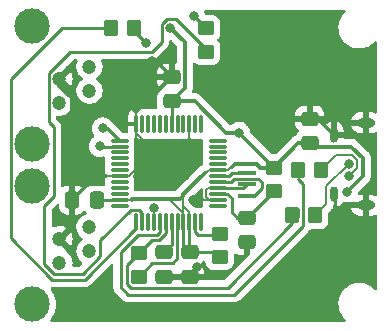
<source format=gbr>
%TF.GenerationSoftware,KiCad,Pcbnew,(5.99.0-8817-g721bf82603)*%
%TF.CreationDate,2021-02-09T01:09:19-06:00*%
%TF.ProjectId,VEXRS485ToSerial,56455852-5334-4383-9554-6f5365726961,rev?*%
%TF.SameCoordinates,Original*%
%TF.FileFunction,Copper,L2,Bot*%
%TF.FilePolarity,Positive*%
%FSLAX46Y46*%
G04 Gerber Fmt 4.6, Leading zero omitted, Abs format (unit mm)*
G04 Created by KiCad (PCBNEW (5.99.0-8817-g721bf82603)) date 2021-02-09 01:09:19*
%MOMM*%
%LPD*%
G01*
G04 APERTURE LIST*
G04 Aperture macros list*
%AMRoundRect*
0 Rectangle with rounded corners*
0 $1 Rounding radius*
0 $2 $3 $4 $5 $6 $7 $8 $9 X,Y pos of 4 corners*
0 Add a 4 corners polygon primitive as box body*
4,1,4,$2,$3,$4,$5,$6,$7,$8,$9,$2,$3,0*
0 Add four circle primitives for the rounded corners*
1,1,$1+$1,$2,$3*
1,1,$1+$1,$4,$5*
1,1,$1+$1,$6,$7*
1,1,$1+$1,$8,$9*
0 Add four rect primitives between the rounded corners*
20,1,$1+$1,$2,$3,$4,$5,0*
20,1,$1+$1,$4,$5,$6,$7,0*
20,1,$1+$1,$6,$7,$8,$9,0*
20,1,$1+$1,$8,$9,$2,$3,0*%
G04 Aperture macros list end*
%TA.AperFunction,ComponentPad*%
%ADD10C,3.000000*%
%TD*%
%TA.AperFunction,ComponentPad*%
%ADD11C,1.200000*%
%TD*%
%TA.AperFunction,ComponentPad*%
%ADD12O,0.650000X1.300000*%
%TD*%
%TA.AperFunction,ComponentPad*%
%ADD13O,1.550000X0.775000*%
%TD*%
%TA.AperFunction,SMDPad,CuDef*%
%ADD14R,1.600000X0.300000*%
%TD*%
%TA.AperFunction,SMDPad,CuDef*%
%ADD15RoundRect,0.250000X-0.475000X0.337500X-0.475000X-0.337500X0.475000X-0.337500X0.475000X0.337500X0*%
%TD*%
%TA.AperFunction,SMDPad,CuDef*%
%ADD16RoundRect,0.250000X0.337500X0.475000X-0.337500X0.475000X-0.337500X-0.475000X0.337500X-0.475000X0*%
%TD*%
%TA.AperFunction,SMDPad,CuDef*%
%ADD17RoundRect,0.250000X0.350000X0.450000X-0.350000X0.450000X-0.350000X-0.450000X0.350000X-0.450000X0*%
%TD*%
%TA.AperFunction,SMDPad,CuDef*%
%ADD18RoundRect,0.250000X0.450000X-0.350000X0.450000X0.350000X-0.450000X0.350000X-0.450000X-0.350000X0*%
%TD*%
%TA.AperFunction,SMDPad,CuDef*%
%ADD19RoundRect,0.250000X0.475000X-0.337500X0.475000X0.337500X-0.475000X0.337500X-0.475000X-0.337500X0*%
%TD*%
%TA.AperFunction,SMDPad,CuDef*%
%ADD20RoundRect,0.250000X-0.450000X0.350000X-0.450000X-0.350000X0.450000X-0.350000X0.450000X0.350000X0*%
%TD*%
%TA.AperFunction,SMDPad,CuDef*%
%ADD21RoundRect,0.075000X0.075000X-0.662500X0.075000X0.662500X-0.075000X0.662500X-0.075000X-0.662500X0*%
%TD*%
%TA.AperFunction,SMDPad,CuDef*%
%ADD22RoundRect,0.075000X0.662500X-0.075000X0.662500X0.075000X-0.662500X0.075000X-0.662500X-0.075000X0*%
%TD*%
%TA.AperFunction,ViaPad*%
%ADD23C,0.800000*%
%TD*%
%TA.AperFunction,Conductor*%
%ADD24C,0.200000*%
%TD*%
%TA.AperFunction,Conductor*%
%ADD25C,0.250000*%
%TD*%
%TA.AperFunction,Conductor*%
%ADD26C,0.350000*%
%TD*%
G04 APERTURE END LIST*
D10*
%TO.P,J2,*%
%TO.N,*%
X65159000Y-93011000D03*
X65159000Y-83011000D03*
D11*
%TO.P,J2,1*%
%TO.N,Net-(C4-Pad1)*%
X67459000Y-89541000D03*
%TO.P,J2,2*%
%TO.N,Net-(C2-Pad1)*%
X69999000Y-88521000D03*
%TO.P,J2,3*%
%TO.N,GND*%
X67459000Y-87501000D03*
%TO.P,J2,4*%
%TO.N,unconnected-(J2-Pad4)*%
X69999000Y-86481000D03*
%TD*%
D12*
%TO.P,J3,S1,SHIELD*%
%TO.N,GND*%
X90682500Y-97242000D03*
%TO.P,J3,S2,SHIELD*%
X90682500Y-92242000D03*
D13*
%TO.P,J3,S3,SHIELD*%
X93382500Y-98242000D03*
%TO.P,J3,S6,SHIELD*%
X93382500Y-91242000D03*
%TD*%
D10*
%TO.P,J1,*%
%TO.N,*%
X65160000Y-96600000D03*
X65160000Y-106600000D03*
D11*
%TO.P,J1,1*%
%TO.N,Net-(C3-Pad1)*%
X67460000Y-103130000D03*
%TO.P,J1,2*%
%TO.N,Net-(C1-Pad1)*%
X70000000Y-102110000D03*
%TO.P,J1,3*%
%TO.N,GND*%
X67460000Y-101090000D03*
%TO.P,J1,4*%
%TO.N,unconnected-(J1-Pad4)*%
X70000000Y-100070000D03*
%TD*%
D14*
%TO.P,Y1,1,1*%
%TO.N,Net-(U3-Pad43)*%
X83312000Y-95504000D03*
%TO.P,Y1,2,2*%
%TO.N,GND*%
X83312000Y-96454000D03*
%TO.P,Y1,3,3*%
%TO.N,Net-(U3-Pad44)*%
X83312000Y-97404000D03*
%TD*%
D15*
%TO.P,C10,1*%
%TO.N,+5V*%
X78486000Y-102192000D03*
%TO.P,C10,2*%
%TO.N,GND*%
X78486000Y-104267000D03*
%TD*%
D16*
%TO.P,C8,1*%
%TO.N,+5V*%
X70612000Y-97790000D03*
%TO.P,C8,2*%
%TO.N,GND*%
X68537000Y-97790000D03*
%TD*%
D17*
%TO.P,R6,1*%
%TO.N,USB_D+*%
X89122000Y-99060000D03*
%TO.P,R6,2*%
%TO.N,Net-(R6-Pad2)*%
X87122000Y-99060000D03*
%TD*%
%TO.P,R5,1*%
%TO.N,USB_D-*%
X89630000Y-95250000D03*
%TO.P,R5,2*%
%TO.N,Net-(R5-Pad2)*%
X87630000Y-95250000D03*
%TD*%
D18*
%TO.P,R7,1*%
%TO.N,+5V*%
X81026000Y-102616000D03*
%TO.P,R7,2*%
%TO.N,Net-(R7-Pad2)*%
X81026000Y-100616000D03*
%TD*%
D19*
%TO.P,C9,1*%
%TO.N,+5V*%
X76962000Y-89408000D03*
%TO.P,C9,2*%
%TO.N,GND*%
X76962000Y-87333000D03*
%TD*%
%TO.P,C5,1*%
%TO.N,+5V*%
X88646000Y-92964000D03*
%TO.P,C5,2*%
%TO.N,GND*%
X88646000Y-90889000D03*
%TD*%
D20*
%TO.P,R11,1*%
%TO.N,Net-(D4-Pad1)*%
X79883000Y-83217000D03*
%TO.P,R11,2*%
%TO.N,~USB_A_TXDLED*%
X79883000Y-85217000D03*
%TD*%
%TO.P,R8,1*%
%TO.N,Net-(R6-Pad2)*%
X74168000Y-102267000D03*
%TO.P,R8,2*%
%TO.N,Net-(R8-Pad2)*%
X74168000Y-104267000D03*
%TD*%
D17*
%TO.P,R10,1*%
%TO.N,Net-(D3-Pad1)*%
X73787000Y-83185000D03*
%TO.P,R10,2*%
%TO.N,~USB_A_RXDLED*%
X71787000Y-83185000D03*
%TD*%
D19*
%TO.P,C6,1*%
%TO.N,GND*%
X83312000Y-101346000D03*
%TO.P,C6,2*%
%TO.N,Net-(C6-Pad2)*%
X83312000Y-99271000D03*
%TD*%
D18*
%TO.P,R9,1*%
%TO.N,Net-(C6-Pad2)*%
X85598000Y-97028000D03*
%TO.P,R9,2*%
%TO.N,+5V*%
X85598000Y-95028000D03*
%TD*%
D19*
%TO.P,C7,1*%
%TO.N,GND*%
X76327000Y-104267000D03*
%TO.P,C7,2*%
%TO.N,Net-(C7-Pad2)*%
X76327000Y-102192000D03*
%TD*%
D21*
%TO.P,U3,1,EECLK*%
%TO.N,unconnected-(U3-Pad1)*%
X79458000Y-99666500D03*
%TO.P,U3,2,EEDATA*%
%TO.N,Net-(R7-Pad2)*%
X78958000Y-99666500D03*
%TO.P,U3,3,VCC*%
%TO.N,+5V*%
X78458000Y-99666500D03*
%TO.P,U3,4,~RESET*%
X77958000Y-99666500D03*
%TO.P,U3,5,~RSTOUT*%
%TO.N,Net-(R8-Pad2)*%
X77458000Y-99666500D03*
%TO.P,U3,6,3V3OUT*%
%TO.N,Net-(C7-Pad2)*%
X76958000Y-99666500D03*
%TO.P,U3,7,USBDP*%
%TO.N,Net-(R6-Pad2)*%
X76458000Y-99666500D03*
%TO.P,U3,8,USBDM*%
%TO.N,Net-(R5-Pad2)*%
X75958000Y-99666500D03*
%TO.P,U3,9,GND*%
%TO.N,GND*%
X75458000Y-99666500D03*
%TO.P,U3,10,SI/WUA*%
%TO.N,unconnected-(U3-Pad10)*%
X74958000Y-99666500D03*
%TO.P,U3,11,ACBUS3*%
%TO.N,~USB_A_TXDLED*%
X74458000Y-99666500D03*
%TO.P,U3,12,ACBUS2*%
%TO.N,~USB_A_RXDLED*%
X73958000Y-99666500D03*
D22*
%TO.P,U3,13,ACBUS1*%
%TO.N,~USB_A_SLEEP*%
X72545500Y-98254000D03*
%TO.P,U3,14,VCCIOA*%
%TO.N,+5V*%
X72545500Y-97754000D03*
%TO.P,U3,15,ACBUS0*%
%TO.N,USB_A_TXDEN*%
X72545500Y-97254000D03*
%TO.P,U3,16,ADBUS7*%
%TO.N,~USB_A_RI*%
X72545500Y-96754000D03*
%TO.P,U3,17,ADBUS6*%
%TO.N,~USB_A_DCD*%
X72545500Y-96254000D03*
%TO.P,U3,18,GND*%
%TO.N,GND*%
X72545500Y-95754000D03*
%TO.P,U3,19,ADBUS5*%
%TO.N,~USB_A_DSR*%
X72545500Y-95254000D03*
%TO.P,U3,20,ADBUS4*%
%TO.N,~USB_A_DTR*%
X72545500Y-94754000D03*
%TO.P,U3,21,ADBUS3*%
%TO.N,~USB_A_CTS*%
X72545500Y-94254000D03*
%TO.P,U3,22,ADBUS2*%
%TO.N,~USB_A_RTS*%
X72545500Y-93754000D03*
%TO.P,U3,23,ADBUS1*%
%TO.N,RS485_TXD*%
X72545500Y-93254000D03*
%TO.P,U3,24,ADBUS0*%
%TO.N,RS485_RXD*%
X72545500Y-92754000D03*
D21*
%TO.P,U3,25,GND*%
%TO.N,GND*%
X73958000Y-91341500D03*
%TO.P,U3,26,SI/WUB*%
%TO.N,unconnected-(U3-Pad26)*%
X74458000Y-91341500D03*
%TO.P,U3,27,BCBUS3*%
%TO.N,~USB_B_TXDLED*%
X74958000Y-91341500D03*
%TO.P,U3,28,BCBUS2*%
%TO.N,~USB_B_RXDLED*%
X75458000Y-91341500D03*
%TO.P,U3,29,BCBUS1*%
%TO.N,~USB_B_SLEEP*%
X75958000Y-91341500D03*
%TO.P,U3,30,BCBUS0*%
%TO.N,USB_B_TXDEN*%
X76458000Y-91341500D03*
%TO.P,U3,31,VCCIOB*%
%TO.N,+5V*%
X76958000Y-91341500D03*
%TO.P,U3,32,BDBUS7*%
%TO.N,~USB_B_RI*%
X77458000Y-91341500D03*
%TO.P,U3,33,BDBUS6*%
%TO.N,~USB_B_DCD*%
X77958000Y-91341500D03*
%TO.P,U3,34,GND*%
%TO.N,GND*%
X78458000Y-91341500D03*
%TO.P,U3,35,BDBUS5*%
%TO.N,~USB_B_DSR*%
X78958000Y-91341500D03*
%TO.P,U3,36,BDBUS4*%
%TO.N,~USB_B_DTR*%
X79458000Y-91341500D03*
D22*
%TO.P,U3,37,BDBUS3*%
%TO.N,~USB_B_CTS*%
X80870500Y-92754000D03*
%TO.P,U3,38,BDBUS2*%
%TO.N,~USB_B_RTS*%
X80870500Y-93254000D03*
%TO.P,U3,39,BDBUS1*%
%TO.N,USB_B_RXD*%
X80870500Y-93754000D03*
%TO.P,U3,40,BDBUS0*%
%TO.N,USB_B_TXD*%
X80870500Y-94254000D03*
%TO.P,U3,41,~PWREN*%
%TO.N,unconnected-(U3-Pad41)*%
X80870500Y-94754000D03*
%TO.P,U3,42,VCC*%
%TO.N,+5V*%
X80870500Y-95254000D03*
%TO.P,U3,43,XTIN*%
%TO.N,Net-(U3-Pad43)*%
X80870500Y-95754000D03*
%TO.P,U3,44,XTOUT*%
%TO.N,Net-(U3-Pad44)*%
X80870500Y-96254000D03*
%TO.P,U3,45,AGND*%
%TO.N,GND*%
X80870500Y-96754000D03*
%TO.P,U3,46,AVCC*%
%TO.N,Net-(C6-Pad2)*%
X80870500Y-97254000D03*
%TO.P,U3,47,TEST*%
%TO.N,GND*%
X80870500Y-97754000D03*
%TO.P,U3,48,EECS*%
%TO.N,unconnected-(U3-Pad48)*%
X80870500Y-98254000D03*
%TD*%
D23*
%TO.N,GND*%
X75438000Y-98454000D03*
X73055000Y-89251000D03*
X81915000Y-82296000D03*
X78867000Y-107442000D03*
X90297000Y-102870000D03*
X75311000Y-85979000D03*
X67945000Y-107569000D03*
X74168000Y-95318540D03*
X75438000Y-93345000D03*
X73914000Y-107442000D03*
X71374000Y-105029000D03*
X78105000Y-95758000D03*
X79073956Y-103425044D03*
X78740000Y-97790000D03*
X78347912Y-93231000D03*
%TO.N,+5V*%
X82677000Y-92075000D03*
X91821000Y-97065523D03*
X76835000Y-83185000D03*
%TO.N,RS485_TXD*%
X70866000Y-93218000D03*
%TO.N,USB_D-*%
X91949110Y-95742001D03*
%TO.N,USB_D+*%
X91948000Y-94742000D03*
%TO.N,Net-(D3-Pad1)*%
X74803000Y-84455000D03*
%TO.N,Net-(D4-Pad1)*%
X78867000Y-82169000D03*
%TO.N,RS485_RXD*%
X71120000Y-91694000D03*
%TD*%
D24*
%TO.N,GND*%
X73958000Y-90154000D02*
X73958000Y-95109358D01*
D25*
X83012000Y-96754000D02*
X83312000Y-96454000D01*
D26*
X89329500Y-90889000D02*
X90682500Y-92242000D01*
X68537000Y-97790000D02*
X68537000Y-100013000D01*
X75608000Y-85979000D02*
X76962000Y-87333000D01*
D24*
X75458000Y-98474000D02*
X75438000Y-98454000D01*
X79832980Y-97484338D02*
X79832980Y-96951020D01*
D26*
X73055000Y-89434000D02*
X73055000Y-89251000D01*
D24*
X78458000Y-91341500D02*
X78458000Y-93120912D01*
X73958000Y-90154000D02*
X73055000Y-89251000D01*
D26*
X76962000Y-87333000D02*
X73958000Y-90337000D01*
D24*
X75193642Y-93345000D02*
X75438000Y-93345000D01*
D26*
X68537000Y-89175983D02*
X68537000Y-97790000D01*
D25*
X80870500Y-96754000D02*
X83012000Y-96754000D01*
D24*
X79832980Y-96951020D02*
X80030000Y-96754000D01*
X80030000Y-96754000D02*
X80870500Y-96754000D01*
X78776000Y-97754000D02*
X78740000Y-97790000D01*
X71378000Y-95754000D02*
X71374000Y-95758000D01*
X73738679Y-95328679D02*
X73958000Y-95109358D01*
X78458000Y-93120912D02*
X78347912Y-93231000D01*
D26*
X73958000Y-90337000D02*
X73055000Y-89434000D01*
D24*
X73738679Y-95328679D02*
X73309358Y-95758000D01*
X74168000Y-95318540D02*
X73748818Y-95318540D01*
D26*
X78486000Y-104013000D02*
X79073956Y-103425044D01*
X67459000Y-87501000D02*
X67459000Y-88097983D01*
D24*
X73309358Y-95758000D02*
X72549500Y-95758000D01*
X78776000Y-97754000D02*
X80870500Y-97754000D01*
X75458000Y-99666500D02*
X75458000Y-98474000D01*
X80102642Y-97754000D02*
X79832980Y-97484338D01*
D26*
X70569000Y-95758000D02*
X71374000Y-95758000D01*
X68537000Y-97790000D02*
X70569000Y-95758000D01*
X67459000Y-88097983D02*
X68537000Y-89175983D01*
D24*
X73958000Y-92109358D02*
X75193642Y-93345000D01*
X72545500Y-95754000D02*
X71378000Y-95754000D01*
D26*
X88646000Y-90889000D02*
X89329500Y-90889000D01*
X68537000Y-100013000D02*
X67460000Y-101090000D01*
X75311000Y-85979000D02*
X75608000Y-85979000D01*
D25*
%TO.N,Net-(C6-Pad2)*%
X80870500Y-97254000D02*
X81673714Y-97254000D01*
X82042000Y-97622286D02*
X82042000Y-98806000D01*
X81673714Y-97254000D02*
X82042000Y-97622286D01*
X82042000Y-98806000D02*
X82507000Y-99271000D01*
X83355000Y-99271000D02*
X85598000Y-97028000D01*
X82507000Y-99271000D02*
X83312000Y-99271000D01*
%TO.N,Net-(U3-Pad44)*%
X80870500Y-96254000D02*
X81976980Y-96254000D01*
X84572980Y-96275020D02*
X84572980Y-96728040D01*
X82251980Y-95979000D02*
X84295000Y-95979000D01*
X84582000Y-96266000D02*
X84572980Y-96275020D01*
X84295000Y-95979000D02*
X84582000Y-96266000D01*
X84572980Y-96728040D02*
X83897020Y-97404000D01*
X81976980Y-96254000D02*
X82251980Y-95979000D01*
%TO.N,Net-(U3-Pad43)*%
X80870500Y-95754000D02*
X81810125Y-95754000D01*
X81810125Y-95754000D02*
X82060125Y-95504000D01*
X82060125Y-95504000D02*
X83312000Y-95504000D01*
D24*
%TO.N,+5V*%
X72545500Y-97754000D02*
X73569000Y-97754000D01*
X80870500Y-95254000D02*
X80102642Y-95254000D01*
X78458000Y-99666500D02*
X78458000Y-98818000D01*
X78458000Y-98818000D02*
X77958000Y-98318000D01*
D26*
X93123031Y-94209234D02*
X92180817Y-93267020D01*
X82296000Y-94742000D02*
X82042000Y-94996000D01*
X77677653Y-97678989D02*
X73644011Y-97678989D01*
X78062020Y-88307980D02*
X78062020Y-84412020D01*
D25*
X78486000Y-102192000D02*
X80602000Y-102192000D01*
D24*
X73569000Y-97754000D02*
X76813358Y-97754000D01*
D26*
X88646000Y-92964000D02*
X87662000Y-92964000D01*
D24*
X77958000Y-97398642D02*
X77958000Y-99666500D01*
D26*
X77958000Y-97398642D02*
X77677653Y-97678989D01*
X82677000Y-92075000D02*
X81565424Y-92075000D01*
D25*
X78458000Y-99666500D02*
X78458000Y-102164000D01*
D26*
X77958000Y-97398642D02*
X77958000Y-97302000D01*
X93123031Y-95763492D02*
X93123031Y-94209234D01*
D25*
X76962000Y-89408000D02*
X76962000Y-91337500D01*
D24*
X81967055Y-94996000D02*
X82042000Y-94996000D01*
X80102642Y-95254000D02*
X77958000Y-97398642D01*
D25*
X72545500Y-97754000D02*
X70648000Y-97754000D01*
D26*
X84461020Y-95028000D02*
X84175020Y-94742000D01*
D25*
X77958000Y-99666500D02*
X77958000Y-101664000D01*
D26*
X84175020Y-94742000D02*
X82296000Y-94742000D01*
X82677000Y-92107000D02*
X82677000Y-92075000D01*
D24*
X76813358Y-97754000D02*
X77958000Y-98898642D01*
D26*
X87662000Y-92964000D02*
X85598000Y-95028000D01*
X78062020Y-84412020D02*
X76835000Y-83185000D01*
X78898424Y-89408000D02*
X76962000Y-89408000D01*
D25*
X77958000Y-101664000D02*
X78486000Y-102192000D01*
D26*
X81565424Y-92075000D02*
X78898424Y-89408000D01*
X85598000Y-95028000D02*
X82677000Y-92107000D01*
X76962000Y-89408000D02*
X78062020Y-88307980D01*
D24*
X80870500Y-95254000D02*
X81709055Y-95254000D01*
D26*
X92180817Y-93267020D02*
X88949020Y-93267020D01*
X77958000Y-97302000D02*
X79756000Y-95504000D01*
D24*
X81709055Y-95254000D02*
X81967055Y-94996000D01*
D26*
X85598000Y-95028000D02*
X84461020Y-95028000D01*
X91821000Y-97065523D02*
X93123031Y-95763492D01*
X73644011Y-97678989D02*
X73569000Y-97754000D01*
D25*
%TO.N,RS485_TXD*%
X70902000Y-93254000D02*
X72545500Y-93254000D01*
X70866000Y-93218000D02*
X70902000Y-93254000D01*
%TO.N,~USB_A_RXDLED*%
X63333989Y-101009430D02*
X66845559Y-104521000D01*
X67686017Y-83185000D02*
X63333989Y-87537028D01*
X66845559Y-104521000D02*
X69594441Y-104521000D01*
X63333989Y-87537028D02*
X63333989Y-101009430D01*
X69594441Y-104521000D02*
X73958000Y-100157441D01*
X71787000Y-83185000D02*
X67686017Y-83185000D01*
%TO.N,~USB_A_TXDLED*%
X66167000Y-103206017D02*
X66167000Y-98294017D01*
X66985011Y-97476006D02*
X66985011Y-91623011D01*
X75311000Y-85217000D02*
X76109989Y-84418011D01*
X74198694Y-98603980D02*
X73498734Y-98603980D01*
X66533989Y-91171989D02*
X66985011Y-91623011D01*
X69424006Y-104055011D02*
X67015994Y-104055011D01*
X70925011Y-102554006D02*
X69424006Y-104055011D01*
X77343000Y-82423000D02*
X79883000Y-84963000D01*
X70925011Y-101177703D02*
X70925011Y-102554006D01*
X76109989Y-84418011D02*
X76109989Y-82836994D01*
X76109989Y-82836994D02*
X76523983Y-82423000D01*
X74458000Y-99666500D02*
X74458000Y-98863286D01*
X68373983Y-85217000D02*
X75311000Y-85217000D01*
X67015994Y-104055011D02*
X66167000Y-103206017D01*
X66533989Y-87056994D02*
X68373983Y-85217000D01*
X73498734Y-98603980D02*
X70925011Y-101177703D01*
X74458000Y-98863286D02*
X74198694Y-98603980D01*
X76523983Y-82423000D02*
X77343000Y-82423000D01*
X66533989Y-91171989D02*
X66533989Y-87056994D01*
X66167000Y-98294017D02*
X66985011Y-97476006D01*
%TO.N,Net-(R5-Pad2)*%
X82258202Y-105791000D02*
X88080020Y-99969182D01*
X75958000Y-100469714D02*
X75958000Y-99666500D01*
X82258202Y-105791000D02*
X73279000Y-105791000D01*
X88080020Y-96462020D02*
X87630000Y-96012000D01*
X72644000Y-102177798D02*
X74092778Y-100729020D01*
X73279000Y-105791000D02*
X72644000Y-105156000D01*
X75698694Y-100729020D02*
X75958000Y-100469714D01*
X88080020Y-99969182D02*
X88080020Y-96462020D01*
X72644000Y-105156000D02*
X72644000Y-102177798D01*
X74092778Y-100729020D02*
X75698694Y-100729020D01*
%TO.N,Net-(R6-Pad2)*%
X87122000Y-99060000D02*
X87122000Y-99760000D01*
X75255969Y-101179031D02*
X74168000Y-102267000D01*
X73479818Y-105192020D02*
X73142980Y-104855182D01*
X75885095Y-101179031D02*
X75255969Y-101179031D01*
X73142980Y-104855182D02*
X73142980Y-103292020D01*
X87630000Y-98552000D02*
X87630000Y-99252000D01*
X73142980Y-103292020D02*
X74168000Y-102267000D01*
X81689980Y-105192020D02*
X73479818Y-105192020D01*
X76458000Y-99666500D02*
X76458000Y-100606126D01*
X87122000Y-99760000D02*
X81689980Y-105192020D01*
X76458000Y-100606126D02*
X75885095Y-101179031D01*
%TO.N,Net-(C7-Pad2)*%
X76327000Y-102192000D02*
X76958000Y-101561000D01*
X76958000Y-101561000D02*
X76958000Y-99666500D01*
%TO.N,Net-(R8-Pad2)*%
X77040182Y-103104520D02*
X75330480Y-103104520D01*
X77435980Y-99688520D02*
X77435980Y-102708722D01*
X77435980Y-102708722D02*
X77040182Y-103104520D01*
X75330480Y-103104520D02*
X74168000Y-104267000D01*
%TO.N,Net-(R7-Pad2)*%
X78958000Y-100469714D02*
X79217306Y-100729020D01*
X79217306Y-100729020D02*
X80912980Y-100729020D01*
X78958000Y-99666500D02*
X78958000Y-100469714D01*
D24*
%TO.N,USB_D-*%
X92648011Y-95078006D02*
X92648011Y-94405994D01*
X90900000Y-93980000D02*
X89630000Y-95250000D01*
X91949110Y-95742001D02*
X91984016Y-95742001D01*
X91984016Y-95742001D02*
X92648011Y-95078006D01*
X92648011Y-94405994D02*
X92222017Y-93980000D01*
X92222017Y-93980000D02*
X90900000Y-93980000D01*
%TO.N,USB_D+*%
X90057480Y-98124520D02*
X90057480Y-96632520D01*
X90057480Y-96632520D02*
X91948000Y-94742000D01*
X89122000Y-99060000D02*
X90057480Y-98124520D01*
D25*
%TO.N,Net-(D3-Pad1)*%
X73787000Y-83439000D02*
X74803000Y-84455000D01*
%TO.N,Net-(D4-Pad1)*%
X78867000Y-82201000D02*
X79883000Y-83217000D01*
X78867000Y-82169000D02*
X78867000Y-82201000D01*
%TO.N,RS485_RXD*%
X71485500Y-91694000D02*
X72545500Y-92754000D01*
X71120000Y-91694000D02*
X71485500Y-91694000D01*
%TD*%
%TA.AperFunction,Conductor*%
%TO.N,GND*%
G36*
X91641139Y-81681002D02*
G01*
X91687632Y-81734658D01*
X91697736Y-81804932D01*
X91668242Y-81869512D01*
X91656919Y-81881003D01*
X91579765Y-81949866D01*
X91568444Y-81959970D01*
X91401307Y-82160930D01*
X91265710Y-82384388D01*
X91263901Y-82388702D01*
X91263900Y-82388704D01*
X91171258Y-82609630D01*
X91164631Y-82625433D01*
X91163480Y-82629965D01*
X91163479Y-82629968D01*
X91137878Y-82730775D01*
X91100292Y-82878771D01*
X91074104Y-83138837D01*
X91086645Y-83399917D01*
X91137638Y-83656275D01*
X91225963Y-83902280D01*
X91228179Y-83906404D01*
X91292602Y-84026301D01*
X91349679Y-84132528D01*
X91352474Y-84136271D01*
X91352476Y-84136274D01*
X91503278Y-84338222D01*
X91503283Y-84338228D01*
X91506070Y-84341960D01*
X91509379Y-84345240D01*
X91509384Y-84345246D01*
X91676400Y-84510811D01*
X91691698Y-84525976D01*
X91695460Y-84528734D01*
X91695463Y-84528737D01*
X91855896Y-84646371D01*
X91902487Y-84680533D01*
X91906618Y-84682707D01*
X91906619Y-84682707D01*
X92129671Y-84800060D01*
X92129677Y-84800062D01*
X92133806Y-84802235D01*
X92138213Y-84803774D01*
X92138220Y-84803777D01*
X92344907Y-84875955D01*
X92380573Y-84888410D01*
X92385166Y-84889282D01*
X92632777Y-84936293D01*
X92632780Y-84936293D01*
X92637366Y-84937164D01*
X92767955Y-84942295D01*
X92893877Y-84947243D01*
X92893883Y-84947243D01*
X92898545Y-84947426D01*
X93000199Y-84936293D01*
X93153719Y-84919480D01*
X93153724Y-84919479D01*
X93158372Y-84918970D01*
X93411139Y-84852422D01*
X93564890Y-84786366D01*
X93646991Y-84751093D01*
X93646994Y-84751091D01*
X93651294Y-84749244D01*
X93755955Y-84684477D01*
X93869586Y-84614160D01*
X93869590Y-84614157D01*
X93873559Y-84611701D01*
X93906235Y-84584039D01*
X94069487Y-84445836D01*
X94069488Y-84445835D01*
X94073053Y-84442817D01*
X94140269Y-84366172D01*
X94200222Y-84328146D01*
X94271217Y-84328568D01*
X94330714Y-84367307D01*
X94359822Y-84432062D01*
X94361000Y-84449251D01*
X94361000Y-90330864D01*
X94340998Y-90398985D01*
X94287342Y-90445478D01*
X94217068Y-90455582D01*
X94172000Y-90439983D01*
X94141989Y-90422656D01*
X94129981Y-90417310D01*
X93963503Y-90363218D01*
X93950660Y-90360488D01*
X93820841Y-90346844D01*
X93814282Y-90346500D01*
X93654615Y-90346500D01*
X93639376Y-90350975D01*
X93638171Y-90352365D01*
X93636500Y-90360048D01*
X93636500Y-92119385D01*
X93640975Y-92134624D01*
X93642365Y-92135829D01*
X93650048Y-92137500D01*
X93814282Y-92137500D01*
X93820841Y-92137156D01*
X93950660Y-92123512D01*
X93963503Y-92120782D01*
X94129981Y-92066690D01*
X94141989Y-92061344D01*
X94172000Y-92044017D01*
X94240995Y-92027279D01*
X94308087Y-92050499D01*
X94351974Y-92106307D01*
X94361000Y-92153136D01*
X94361000Y-97330864D01*
X94340998Y-97398985D01*
X94287342Y-97445478D01*
X94217068Y-97455582D01*
X94172000Y-97439983D01*
X94141989Y-97422656D01*
X94129981Y-97417310D01*
X93963503Y-97363218D01*
X93950660Y-97360488D01*
X93820841Y-97346844D01*
X93814282Y-97346500D01*
X93654615Y-97346500D01*
X93639376Y-97350975D01*
X93638171Y-97352365D01*
X93636500Y-97360048D01*
X93636500Y-99119385D01*
X93640975Y-99134624D01*
X93642365Y-99135829D01*
X93650048Y-99137500D01*
X93814282Y-99137500D01*
X93820841Y-99137156D01*
X93950660Y-99123512D01*
X93963503Y-99120782D01*
X94129981Y-99066690D01*
X94141989Y-99061344D01*
X94172000Y-99044017D01*
X94240995Y-99027279D01*
X94308087Y-99050499D01*
X94351974Y-99106307D01*
X94361000Y-99153136D01*
X94361000Y-105282348D01*
X94340998Y-105350469D01*
X94287342Y-105396962D01*
X94217068Y-105407066D01*
X94152488Y-105377572D01*
X94142103Y-105367473D01*
X94140086Y-105365272D01*
X94137189Y-105361597D01*
X94105269Y-105331569D01*
X93950213Y-105185707D01*
X93946807Y-105182503D01*
X93732044Y-105033517D01*
X93550289Y-104943885D01*
X93501805Y-104919975D01*
X93501801Y-104919974D01*
X93497619Y-104917911D01*
X93248681Y-104838226D01*
X93244074Y-104837476D01*
X93244071Y-104837475D01*
X92995310Y-104796962D01*
X92995311Y-104796962D01*
X92990699Y-104796211D01*
X92863605Y-104794547D01*
X92734018Y-104792850D01*
X92734015Y-104792850D01*
X92729341Y-104792789D01*
X92578475Y-104813321D01*
X92474982Y-104827406D01*
X92474978Y-104827407D01*
X92470348Y-104828037D01*
X92219409Y-104901179D01*
X91982038Y-105010608D01*
X91978129Y-105013171D01*
X91767362Y-105151355D01*
X91767357Y-105151359D01*
X91763449Y-105153921D01*
X91713663Y-105198357D01*
X91593343Y-105305747D01*
X91568444Y-105327970D01*
X91401307Y-105528930D01*
X91265710Y-105752388D01*
X91263901Y-105756702D01*
X91263900Y-105756704D01*
X91199055Y-105911342D01*
X91164631Y-105993433D01*
X91100292Y-106246771D01*
X91074104Y-106506837D01*
X91086645Y-106767917D01*
X91137638Y-107024275D01*
X91225963Y-107270280D01*
X91349679Y-107500528D01*
X91352474Y-107504271D01*
X91352476Y-107504274D01*
X91503278Y-107706222D01*
X91503283Y-107706228D01*
X91506070Y-107709960D01*
X91509379Y-107713240D01*
X91509384Y-107713246D01*
X91658955Y-107861517D01*
X91693252Y-107923680D01*
X91688496Y-107994517D01*
X91646197Y-108051538D01*
X91579786Y-108076639D01*
X91570249Y-108077000D01*
X66816945Y-108077000D01*
X66748824Y-108056998D01*
X66702331Y-108003342D01*
X66692227Y-107933068D01*
X66715009Y-107876939D01*
X66780438Y-107786885D01*
X66818735Y-107734173D01*
X66864956Y-107670556D01*
X66864958Y-107670552D01*
X66867545Y-107666992D01*
X66869611Y-107663106D01*
X66869615Y-107663100D01*
X66997353Y-107422860D01*
X66997356Y-107422854D01*
X66999424Y-107418964D01*
X67045391Y-107292672D01*
X67093996Y-107159129D01*
X67093997Y-107159125D01*
X67095500Y-107154996D01*
X67153905Y-106880225D01*
X67161438Y-106772505D01*
X67173193Y-106604390D01*
X67173500Y-106600000D01*
X67167312Y-106511508D01*
X67154212Y-106324160D01*
X67154211Y-106324155D01*
X67153905Y-106319775D01*
X67095500Y-106045004D01*
X67093996Y-106040871D01*
X67000933Y-105785181D01*
X67000931Y-105785177D01*
X66999424Y-105781036D01*
X66997356Y-105777146D01*
X66997353Y-105777140D01*
X66869615Y-105536900D01*
X66869611Y-105536894D01*
X66867545Y-105533008D01*
X66864583Y-105528930D01*
X66740541Y-105358202D01*
X66716682Y-105291334D01*
X66732763Y-105222183D01*
X66783677Y-105172702D01*
X66830620Y-105158700D01*
X66854775Y-105156417D01*
X66869143Y-105155059D01*
X66880999Y-105154500D01*
X69516057Y-105154500D01*
X69526961Y-105155014D01*
X69534352Y-105156666D01*
X69542278Y-105156417D01*
X69542279Y-105156417D01*
X69601307Y-105154562D01*
X69605264Y-105154500D01*
X69634019Y-105154500D01*
X69638286Y-105153961D01*
X69650128Y-105153028D01*
X69681776Y-105152033D01*
X69686401Y-105151888D01*
X69694324Y-105151639D01*
X69713775Y-105145988D01*
X69733136Y-105141978D01*
X69735861Y-105141634D01*
X69745371Y-105140433D01*
X69745374Y-105140432D01*
X69753229Y-105139440D01*
X69760594Y-105136524D01*
X69760598Y-105136523D01*
X69794342Y-105123163D01*
X69805571Y-105119318D01*
X69848019Y-105106986D01*
X69854847Y-105102948D01*
X69865452Y-105096677D01*
X69883203Y-105087981D01*
X69894667Y-105083442D01*
X69894670Y-105083440D01*
X69902041Y-105080522D01*
X69937809Y-105054535D01*
X69947732Y-105048016D01*
X69985782Y-105025514D01*
X69986200Y-105025145D01*
X70000283Y-105011062D01*
X70015308Y-104998228D01*
X70031524Y-104986446D01*
X70059471Y-104952664D01*
X70067460Y-104943885D01*
X71795405Y-103215940D01*
X71857717Y-103181914D01*
X71928532Y-103186979D01*
X71985368Y-103229526D01*
X72010179Y-103296046D01*
X72010500Y-103305035D01*
X72010500Y-105077616D01*
X72009986Y-105088520D01*
X72008334Y-105095911D01*
X72008583Y-105103837D01*
X72008583Y-105103838D01*
X72010438Y-105162866D01*
X72010500Y-105166823D01*
X72010500Y-105195578D01*
X72010996Y-105199503D01*
X72010996Y-105199504D01*
X72011039Y-105199843D01*
X72011972Y-105211687D01*
X72013361Y-105255883D01*
X72015573Y-105263495D01*
X72019012Y-105275333D01*
X72023022Y-105294695D01*
X72025560Y-105314788D01*
X72028476Y-105322153D01*
X72028477Y-105322157D01*
X72041837Y-105355901D01*
X72045681Y-105367128D01*
X72058014Y-105409578D01*
X72062052Y-105416406D01*
X72068323Y-105427011D01*
X72077019Y-105444762D01*
X72081558Y-105456226D01*
X72084478Y-105463600D01*
X72089139Y-105470015D01*
X72110465Y-105499367D01*
X72116983Y-105509290D01*
X72139486Y-105547341D01*
X72139855Y-105547759D01*
X72153938Y-105561842D01*
X72166772Y-105576867D01*
X72178554Y-105593083D01*
X72212335Y-105621029D01*
X72221115Y-105629019D01*
X72775609Y-106183513D01*
X72782969Y-106191601D01*
X72787027Y-106197995D01*
X72792804Y-106203420D01*
X72835878Y-106243869D01*
X72838720Y-106246624D01*
X72859034Y-106266938D01*
X72862445Y-106269583D01*
X72871465Y-106277287D01*
X72903699Y-106307557D01*
X72910643Y-106311374D01*
X72910645Y-106311376D01*
X72921453Y-106317318D01*
X72937977Y-106328172D01*
X72947711Y-106335723D01*
X72947713Y-106335724D01*
X72953977Y-106340583D01*
X72994561Y-106358146D01*
X73005190Y-106363353D01*
X73043952Y-106384662D01*
X73063578Y-106389701D01*
X73082271Y-106396102D01*
X73100865Y-106404148D01*
X73134278Y-106409440D01*
X73144531Y-106411064D01*
X73156154Y-106413471D01*
X73198975Y-106424465D01*
X73199531Y-106424500D01*
X73219447Y-106424500D01*
X73239157Y-106426051D01*
X73258945Y-106429185D01*
X73266837Y-106428439D01*
X73302593Y-106425059D01*
X73314451Y-106424500D01*
X82179818Y-106424500D01*
X82190722Y-106425014D01*
X82198113Y-106426666D01*
X82206039Y-106426417D01*
X82206040Y-106426417D01*
X82265068Y-106424562D01*
X82269025Y-106424500D01*
X82297780Y-106424500D01*
X82302047Y-106423961D01*
X82313889Y-106423028D01*
X82345537Y-106422033D01*
X82350162Y-106421888D01*
X82358085Y-106421639D01*
X82377536Y-106415988D01*
X82396897Y-106411978D01*
X82399622Y-106411634D01*
X82409132Y-106410433D01*
X82409135Y-106410432D01*
X82416990Y-106409440D01*
X82424355Y-106406524D01*
X82424359Y-106406523D01*
X82458103Y-106393163D01*
X82469332Y-106389318D01*
X82511780Y-106376986D01*
X82518608Y-106372948D01*
X82529213Y-106366677D01*
X82546964Y-106357981D01*
X82558428Y-106353442D01*
X82558431Y-106353440D01*
X82565802Y-106350522D01*
X82601570Y-106324535D01*
X82611493Y-106318016D01*
X82622721Y-106311376D01*
X82649543Y-106295514D01*
X82649961Y-106295145D01*
X82664044Y-106281062D01*
X82679069Y-106268228D01*
X82695285Y-106256446D01*
X82723232Y-106222664D01*
X82731221Y-106213885D01*
X88472533Y-100472573D01*
X88480621Y-100465213D01*
X88487015Y-100461155D01*
X88532890Y-100412303D01*
X88535644Y-100409462D01*
X88555958Y-100389148D01*
X88558603Y-100385737D01*
X88566309Y-100376715D01*
X88568136Y-100374770D01*
X88596577Y-100344483D01*
X88602526Y-100333662D01*
X88604995Y-100331207D01*
X88605057Y-100331122D01*
X88605071Y-100331132D01*
X88652872Y-100283605D01*
X88715978Y-100269077D01*
X88715978Y-100268500D01*
X89514886Y-100268500D01*
X89610106Y-100257398D01*
X89640371Y-100253870D01*
X89640372Y-100253870D01*
X89647643Y-100253022D01*
X89654521Y-100250526D01*
X89654523Y-100250525D01*
X89806985Y-100195184D01*
X89813864Y-100192687D01*
X89961747Y-100095731D01*
X90083358Y-99967355D01*
X90172175Y-99814445D01*
X90223433Y-99645204D01*
X90230500Y-99566022D01*
X90230500Y-98864239D01*
X90250502Y-98796118D01*
X90267405Y-98775144D01*
X90455058Y-98587491D01*
X90467449Y-98576624D01*
X90484740Y-98563356D01*
X90491290Y-98558330D01*
X90528016Y-98510468D01*
X92136490Y-98510468D01*
X92137200Y-98513808D01*
X92141260Y-98526303D01*
X92212459Y-98686220D01*
X92219025Y-98697592D01*
X92321919Y-98839213D01*
X92330701Y-98848967D01*
X92460791Y-98966101D01*
X92471420Y-98973823D01*
X92623011Y-99061344D01*
X92635019Y-99066690D01*
X92801497Y-99120782D01*
X92814340Y-99123512D01*
X92944159Y-99137156D01*
X92950718Y-99137500D01*
X93110385Y-99137500D01*
X93125624Y-99133025D01*
X93126829Y-99131635D01*
X93128500Y-99123952D01*
X93128500Y-98514115D01*
X93124025Y-98498876D01*
X93122635Y-98497671D01*
X93114952Y-98496000D01*
X92151530Y-98496000D01*
X92137999Y-98499973D01*
X92136490Y-98510468D01*
X90528016Y-98510468D01*
X90588787Y-98431270D01*
X90623418Y-98347662D01*
X90650076Y-98283305D01*
X90653497Y-98257325D01*
X90668402Y-98144102D01*
X90670980Y-98124520D01*
X90667058Y-98094728D01*
X90665980Y-98078282D01*
X90665980Y-97171840D01*
X90685982Y-97103719D01*
X90739638Y-97057226D01*
X90809912Y-97047122D01*
X90874492Y-97076616D01*
X90912876Y-97136342D01*
X90917290Y-97158670D01*
X90927462Y-97255450D01*
X90929502Y-97261728D01*
X90929502Y-97261729D01*
X90930333Y-97264286D01*
X90936500Y-97303222D01*
X90936500Y-98343046D01*
X90940473Y-98356577D01*
X90948798Y-98357774D01*
X90984411Y-98347965D01*
X90997022Y-98342972D01*
X91145062Y-98264918D01*
X91156321Y-98257325D01*
X91284142Y-98149307D01*
X91293504Y-98139476D01*
X91395148Y-98006531D01*
X91403935Y-97992023D01*
X91456334Y-97944118D01*
X91526314Y-97932147D01*
X91538603Y-97934831D01*
X91538713Y-97934313D01*
X91719056Y-97972647D01*
X91719061Y-97972647D01*
X91725513Y-97974019D01*
X91916487Y-97974019D01*
X91922942Y-97972647D01*
X91922951Y-97972646D01*
X92021406Y-97951718D01*
X92092197Y-97957119D01*
X92119208Y-97977340D01*
X92148210Y-97988000D01*
X93110385Y-97988000D01*
X93125624Y-97983525D01*
X93126829Y-97982135D01*
X93128500Y-97974452D01*
X93128500Y-97364615D01*
X93124025Y-97349376D01*
X93122635Y-97348171D01*
X93114952Y-97346500D01*
X92950718Y-97346500D01*
X92944159Y-97346844D01*
X92857005Y-97356004D01*
X92787166Y-97343232D01*
X92735320Y-97294730D01*
X92717925Y-97225897D01*
X92718524Y-97217523D01*
X92722490Y-97179796D01*
X92723598Y-97169248D01*
X92750612Y-97103592D01*
X92759813Y-97093325D01*
X93586710Y-96266428D01*
X93592976Y-96260574D01*
X93628961Y-96229182D01*
X93634686Y-96224188D01*
X93670058Y-96173859D01*
X93673991Y-96168564D01*
X93692354Y-96145144D01*
X93711949Y-96120154D01*
X93715073Y-96113235D01*
X93717663Y-96108959D01*
X93723074Y-96099472D01*
X93725442Y-96095055D01*
X93729808Y-96088843D01*
X93752153Y-96031531D01*
X93754709Y-96025450D01*
X93774695Y-95981186D01*
X93780025Y-95969382D01*
X93781409Y-95961914D01*
X93782927Y-95957070D01*
X93785886Y-95946684D01*
X93787143Y-95941788D01*
X93789901Y-95934715D01*
X93794180Y-95902214D01*
X93797931Y-95873717D01*
X93798963Y-95867200D01*
X93808788Y-95814190D01*
X93810172Y-95806723D01*
X93806740Y-95747202D01*
X93806531Y-95739950D01*
X93806531Y-94236986D01*
X93806823Y-94228417D01*
X93810071Y-94180777D01*
X93810071Y-94180773D01*
X93810587Y-94173201D01*
X93800009Y-94112594D01*
X93799047Y-94106072D01*
X93796880Y-94088162D01*
X93791657Y-94045004D01*
X93788973Y-94037900D01*
X93787771Y-94033007D01*
X93784907Y-94022540D01*
X93783450Y-94017715D01*
X93782145Y-94010236D01*
X93778592Y-94002142D01*
X93757419Y-93953904D01*
X93754928Y-93947801D01*
X93735869Y-93897365D01*
X93735868Y-93897363D01*
X93733182Y-93890255D01*
X93728876Y-93883990D01*
X93726527Y-93879497D01*
X93721277Y-93870064D01*
X93718707Y-93865718D01*
X93715652Y-93858759D01*
X93710210Y-93851667D01*
X93678200Y-93809949D01*
X93674324Y-93804614D01*
X93643789Y-93760186D01*
X93643784Y-93760180D01*
X93639482Y-93753921D01*
X93594962Y-93714255D01*
X93589687Y-93709275D01*
X92683753Y-92803341D01*
X92677899Y-92797075D01*
X92646507Y-92761090D01*
X92641513Y-92755365D01*
X92591184Y-92719993D01*
X92585889Y-92716060D01*
X92543454Y-92682787D01*
X92537479Y-92678102D01*
X92530560Y-92674978D01*
X92526284Y-92672388D01*
X92516797Y-92666977D01*
X92512380Y-92664609D01*
X92506168Y-92660243D01*
X92448856Y-92637898D01*
X92442775Y-92635342D01*
X92437058Y-92632761D01*
X92386707Y-92610026D01*
X92379239Y-92608642D01*
X92374395Y-92607124D01*
X92364009Y-92604165D01*
X92359113Y-92602908D01*
X92352040Y-92600150D01*
X92344510Y-92599159D01*
X92344507Y-92599158D01*
X92291042Y-92592120D01*
X92284525Y-92591088D01*
X92231515Y-92581263D01*
X92224048Y-92579879D01*
X92216468Y-92580316D01*
X92216467Y-92580316D01*
X92164528Y-92583311D01*
X92157275Y-92583520D01*
X91630201Y-92583520D01*
X91562080Y-92563518D01*
X91515587Y-92509862D01*
X91511711Y-92499470D01*
X91509635Y-92497671D01*
X91501952Y-92496000D01*
X90554500Y-92496000D01*
X90486379Y-92475998D01*
X90439886Y-92422342D01*
X90428500Y-92370000D01*
X90428500Y-91140954D01*
X90425736Y-91131540D01*
X90936500Y-91131540D01*
X90936500Y-91969885D01*
X90940975Y-91985124D01*
X90942365Y-91986329D01*
X90950048Y-91988000D01*
X91497385Y-91988000D01*
X91512624Y-91983525D01*
X91513829Y-91982135D01*
X91515500Y-91974452D01*
X91515500Y-91874392D01*
X91515131Y-91867578D01*
X91501688Y-91743840D01*
X91498773Y-91730581D01*
X91445394Y-91571964D01*
X91439705Y-91559653D01*
X91410151Y-91510468D01*
X92136490Y-91510468D01*
X92137200Y-91513808D01*
X92141260Y-91526303D01*
X92212459Y-91686220D01*
X92219025Y-91697592D01*
X92321919Y-91839213D01*
X92330701Y-91848967D01*
X92460791Y-91966101D01*
X92471420Y-91973823D01*
X92623011Y-92061344D01*
X92635019Y-92066690D01*
X92801497Y-92120782D01*
X92814340Y-92123512D01*
X92944159Y-92137156D01*
X92950718Y-92137500D01*
X93110385Y-92137500D01*
X93125624Y-92133025D01*
X93126829Y-92131635D01*
X93128500Y-92123952D01*
X93128500Y-91514115D01*
X93124025Y-91498876D01*
X93122635Y-91497671D01*
X93114952Y-91496000D01*
X92151530Y-91496000D01*
X92137999Y-91499973D01*
X92136490Y-91510468D01*
X91410151Y-91510468D01*
X91353508Y-91416198D01*
X91345300Y-91405384D01*
X91230313Y-91283789D01*
X91219982Y-91274997D01*
X91081560Y-91180925D01*
X91069580Y-91174555D01*
X90953320Y-91128055D01*
X90939282Y-91126719D01*
X90936500Y-91131540D01*
X90425736Y-91131540D01*
X90424527Y-91127423D01*
X90416202Y-91126226D01*
X90380589Y-91136035D01*
X90367978Y-91141028D01*
X90219938Y-91219082D01*
X90208679Y-91226676D01*
X90086328Y-91330070D01*
X90021387Y-91358762D01*
X89951243Y-91347789D01*
X89898167Y-91300636D01*
X89879000Y-91233832D01*
X89879000Y-91161115D01*
X89874525Y-91145876D01*
X89873135Y-91144671D01*
X89865452Y-91143000D01*
X87431115Y-91143000D01*
X87415876Y-91147475D01*
X87414671Y-91148865D01*
X87413000Y-91156548D01*
X87413000Y-91265723D01*
X87413424Y-91273024D01*
X87427617Y-91394755D01*
X87430963Y-91408910D01*
X87486263Y-91561261D01*
X87492773Y-91574260D01*
X87581641Y-91709806D01*
X87590965Y-91720958D01*
X87711793Y-91835419D01*
X87747491Y-91896788D01*
X87744344Y-91967715D01*
X87703350Y-92025681D01*
X87694226Y-92032263D01*
X87687375Y-92036755D01*
X87681253Y-92040769D01*
X87559642Y-92169145D01*
X87555965Y-92175475D01*
X87555960Y-92175482D01*
X87507540Y-92258842D01*
X87456029Y-92307700D01*
X87449231Y-92310930D01*
X87406671Y-92329612D01*
X87400567Y-92332103D01*
X87350131Y-92351162D01*
X87350129Y-92351163D01*
X87343021Y-92353849D01*
X87336756Y-92358155D01*
X87332263Y-92360504D01*
X87322830Y-92365754D01*
X87318484Y-92368324D01*
X87311525Y-92371379D01*
X87305495Y-92376006D01*
X87262715Y-92408831D01*
X87257380Y-92412707D01*
X87212952Y-92443242D01*
X87212946Y-92443247D01*
X87206687Y-92447549D01*
X87184739Y-92472183D01*
X87167022Y-92492068D01*
X87162041Y-92497344D01*
X85776790Y-93882595D01*
X85714478Y-93916621D01*
X85687695Y-93919500D01*
X85508305Y-93919500D01*
X85440184Y-93899498D01*
X85419210Y-93882595D01*
X83619571Y-92082956D01*
X83585545Y-92020644D01*
X83583356Y-92007031D01*
X83580740Y-91982135D01*
X83570538Y-91885073D01*
X83511524Y-91703446D01*
X83506071Y-91694000D01*
X83461121Y-91616145D01*
X83416037Y-91538058D01*
X83380758Y-91498876D01*
X83292673Y-91401048D01*
X83292672Y-91401047D01*
X83288251Y-91396137D01*
X83282909Y-91392256D01*
X83282907Y-91392254D01*
X83139092Y-91287767D01*
X83139091Y-91287766D01*
X83133750Y-91283886D01*
X83127722Y-91281202D01*
X83127720Y-91281201D01*
X82965318Y-91208895D01*
X82965317Y-91208895D01*
X82959287Y-91206210D01*
X82840271Y-91180912D01*
X82778944Y-91167876D01*
X82778939Y-91167876D01*
X82772487Y-91166504D01*
X82581513Y-91166504D01*
X82575061Y-91167876D01*
X82575056Y-91167876D01*
X82513729Y-91180912D01*
X82394713Y-91206210D01*
X82388683Y-91208895D01*
X82388682Y-91208895D01*
X82226280Y-91281201D01*
X82226278Y-91281202D01*
X82220250Y-91283886D01*
X82158526Y-91328731D01*
X82105251Y-91367437D01*
X82031191Y-91391500D01*
X81900729Y-91391500D01*
X81832608Y-91371498D01*
X81811634Y-91354595D01*
X81427318Y-90970279D01*
X92137182Y-90970279D01*
X92138255Y-90984341D01*
X92148210Y-90988000D01*
X93110385Y-90988000D01*
X93125624Y-90983525D01*
X93126829Y-90982135D01*
X93128500Y-90974452D01*
X93128500Y-90364615D01*
X93124025Y-90349376D01*
X93122635Y-90348171D01*
X93114952Y-90346500D01*
X92950718Y-90346500D01*
X92944159Y-90346844D01*
X92814340Y-90360488D01*
X92801497Y-90363218D01*
X92635019Y-90417310D01*
X92623011Y-90422656D01*
X92471420Y-90510177D01*
X92460791Y-90517899D01*
X92330701Y-90635033D01*
X92321919Y-90644787D01*
X92219025Y-90786408D01*
X92212459Y-90797780D01*
X92141260Y-90957697D01*
X92137200Y-90970192D01*
X92137182Y-90970279D01*
X81427318Y-90970279D01*
X80955318Y-90498279D01*
X87413000Y-90498279D01*
X87413000Y-90616885D01*
X87417475Y-90632124D01*
X87418865Y-90633329D01*
X87426548Y-90635000D01*
X88373885Y-90635000D01*
X88389124Y-90630525D01*
X88390329Y-90629135D01*
X88392000Y-90621452D01*
X88392000Y-89811615D01*
X88390659Y-89807048D01*
X88900000Y-89807048D01*
X88900000Y-90616885D01*
X88904475Y-90632124D01*
X88905865Y-90633329D01*
X88913548Y-90635000D01*
X89860885Y-90635000D01*
X89876124Y-90630525D01*
X89877329Y-90629135D01*
X89879000Y-90621452D01*
X89879000Y-90512277D01*
X89878576Y-90504976D01*
X89864383Y-90383245D01*
X89861037Y-90369090D01*
X89805737Y-90216739D01*
X89799227Y-90203740D01*
X89710359Y-90068194D01*
X89701035Y-90057042D01*
X89583371Y-89945578D01*
X89571724Y-89936865D01*
X89431571Y-89855457D01*
X89418246Y-89849663D01*
X89262300Y-89802432D01*
X89249677Y-89799984D01*
X89179816Y-89793749D01*
X89174221Y-89793500D01*
X88918115Y-89793500D01*
X88902876Y-89797975D01*
X88901671Y-89799365D01*
X88900000Y-89807048D01*
X88390659Y-89807048D01*
X88387525Y-89796376D01*
X88386135Y-89795171D01*
X88378452Y-89793500D01*
X88131777Y-89793500D01*
X88124476Y-89793924D01*
X88002745Y-89808117D01*
X87988590Y-89811463D01*
X87836239Y-89866763D01*
X87823240Y-89873273D01*
X87687694Y-89962141D01*
X87676542Y-89971465D01*
X87565078Y-90089129D01*
X87556365Y-90100776D01*
X87474957Y-90240929D01*
X87469163Y-90254254D01*
X87421932Y-90410200D01*
X87419484Y-90422823D01*
X87413249Y-90492684D01*
X87413000Y-90498279D01*
X80955318Y-90498279D01*
X79401360Y-88944321D01*
X79395506Y-88938055D01*
X79364114Y-88902070D01*
X79359120Y-88896345D01*
X79308791Y-88860973D01*
X79303496Y-88857040D01*
X79261061Y-88823767D01*
X79255086Y-88819082D01*
X79248167Y-88815958D01*
X79243891Y-88813368D01*
X79234404Y-88807957D01*
X79229987Y-88805589D01*
X79223775Y-88801223D01*
X79166463Y-88778878D01*
X79160382Y-88776322D01*
X79153164Y-88773063D01*
X79104314Y-88751006D01*
X79096846Y-88749622D01*
X79092002Y-88748104D01*
X79081616Y-88745145D01*
X79076720Y-88743888D01*
X79069647Y-88741130D01*
X79062117Y-88740139D01*
X79062114Y-88740138D01*
X79008649Y-88733100D01*
X79002132Y-88732068D01*
X78949122Y-88722243D01*
X78941655Y-88720859D01*
X78934075Y-88721296D01*
X78934074Y-88721296D01*
X78882135Y-88724291D01*
X78874882Y-88724500D01*
X78819050Y-88724500D01*
X78750929Y-88704498D01*
X78704436Y-88650842D01*
X78694332Y-88580568D01*
X78704214Y-88546647D01*
X78713162Y-88526830D01*
X78719014Y-88513870D01*
X78720398Y-88506402D01*
X78721916Y-88501558D01*
X78724875Y-88491172D01*
X78726132Y-88486276D01*
X78728890Y-88479203D01*
X78730144Y-88469681D01*
X78736920Y-88418205D01*
X78737952Y-88411688D01*
X78747777Y-88358678D01*
X78749161Y-88351211D01*
X78745729Y-88291690D01*
X78745520Y-88284438D01*
X78745520Y-86253280D01*
X78765522Y-86185159D01*
X78819178Y-86138666D01*
X78889452Y-86128562D01*
X78958172Y-86161806D01*
X78970330Y-86173324D01*
X78970335Y-86173327D01*
X78975645Y-86178358D01*
X79128555Y-86267175D01*
X79297796Y-86318433D01*
X79304236Y-86319008D01*
X79304237Y-86319008D01*
X79374185Y-86325251D01*
X79374191Y-86325251D01*
X79376978Y-86325500D01*
X80375886Y-86325500D01*
X80471106Y-86314398D01*
X80501371Y-86310870D01*
X80501372Y-86310870D01*
X80508643Y-86310022D01*
X80515521Y-86307526D01*
X80515523Y-86307525D01*
X80667985Y-86252184D01*
X80674864Y-86249687D01*
X80795439Y-86170635D01*
X80816628Y-86156743D01*
X80816629Y-86156742D01*
X80822747Y-86152731D01*
X80944358Y-86024355D01*
X81033175Y-85871445D01*
X81084433Y-85702204D01*
X81085008Y-85695763D01*
X81091251Y-85625815D01*
X81091251Y-85625809D01*
X81091500Y-85623022D01*
X81091500Y-84824114D01*
X81078797Y-84715162D01*
X81076870Y-84698629D01*
X81076870Y-84698628D01*
X81076022Y-84691357D01*
X81072883Y-84682707D01*
X81018184Y-84532015D01*
X81015687Y-84525136D01*
X80918731Y-84377253D01*
X80879633Y-84340215D01*
X80847520Y-84309794D01*
X80811822Y-84248424D01*
X80814970Y-84177498D01*
X80842700Y-84131668D01*
X80844490Y-84129779D01*
X80944358Y-84024355D01*
X81033175Y-83871445D01*
X81084433Y-83702204D01*
X81085008Y-83695763D01*
X81091251Y-83625815D01*
X81091251Y-83625809D01*
X81091500Y-83623022D01*
X81091500Y-82824114D01*
X81080398Y-82728894D01*
X81076870Y-82698629D01*
X81076870Y-82698628D01*
X81076022Y-82691357D01*
X81068751Y-82671324D01*
X81018184Y-82532015D01*
X81015687Y-82525136D01*
X80918731Y-82377253D01*
X80790355Y-82255642D01*
X80637445Y-82166825D01*
X80468204Y-82115567D01*
X80461764Y-82114992D01*
X80461763Y-82114992D01*
X80391815Y-82108749D01*
X80391809Y-82108749D01*
X80389022Y-82108500D01*
X79887592Y-82108500D01*
X79819471Y-82088498D01*
X79772978Y-82034842D01*
X79762282Y-81995667D01*
X79761228Y-81985638D01*
X79760538Y-81979073D01*
X79710781Y-81825936D01*
X79708754Y-81754968D01*
X79745416Y-81694171D01*
X79809128Y-81662845D01*
X79830614Y-81661000D01*
X91573018Y-81661000D01*
X91641139Y-81681002D01*
G37*
%TD.AperFunction*%
%TA.AperFunction,Conductor*%
G36*
X83508121Y-101112002D02*
G01*
X83554614Y-101165658D01*
X83566000Y-101218000D01*
X83566000Y-102367906D01*
X83545998Y-102436027D01*
X83529095Y-102457001D01*
X81464481Y-104521615D01*
X81402169Y-104555641D01*
X81375386Y-104558520D01*
X79801502Y-104558520D01*
X79733381Y-104538518D01*
X79718989Y-104527744D01*
X79713135Y-104522671D01*
X79705452Y-104521000D01*
X76199000Y-104521000D01*
X76130879Y-104500998D01*
X76084386Y-104447342D01*
X76073000Y-104395000D01*
X76073000Y-104139000D01*
X76093002Y-104070879D01*
X76146658Y-104024386D01*
X76199000Y-104013000D01*
X79700885Y-104013000D01*
X79716124Y-104008525D01*
X79717329Y-104007135D01*
X79719000Y-103999452D01*
X79719000Y-103890277D01*
X79718576Y-103882976D01*
X79704383Y-103761245D01*
X79701037Y-103747090D01*
X79645737Y-103594739D01*
X79639227Y-103581740D01*
X79550359Y-103446194D01*
X79541035Y-103435042D01*
X79420207Y-103320581D01*
X79384509Y-103259212D01*
X79387656Y-103188285D01*
X79428650Y-103130319D01*
X79437774Y-103123737D01*
X79444625Y-103119245D01*
X79444626Y-103119244D01*
X79450747Y-103115231D01*
X79572358Y-102986855D01*
X79584138Y-102966574D01*
X79635648Y-102917715D01*
X79705397Y-102904461D01*
X79771239Y-102931020D01*
X79812269Y-102988960D01*
X79818244Y-103015268D01*
X79831961Y-103132917D01*
X79832978Y-103141643D01*
X79835474Y-103148521D01*
X79835475Y-103148523D01*
X79884247Y-103282887D01*
X79893313Y-103307864D01*
X79990269Y-103455747D01*
X80118645Y-103577358D01*
X80271555Y-103666175D01*
X80440796Y-103717433D01*
X80447236Y-103718008D01*
X80447237Y-103718008D01*
X80517185Y-103724251D01*
X80517191Y-103724251D01*
X80519978Y-103724500D01*
X81518886Y-103724500D01*
X81614106Y-103713398D01*
X81644371Y-103709870D01*
X81644372Y-103709870D01*
X81651643Y-103709022D01*
X81658521Y-103706526D01*
X81658523Y-103706525D01*
X81810985Y-103651184D01*
X81817864Y-103648687D01*
X81965747Y-103551731D01*
X82087358Y-103423355D01*
X82176175Y-103270445D01*
X82223185Y-103115231D01*
X82225558Y-103107395D01*
X82225558Y-103107394D01*
X82227433Y-103101204D01*
X82228011Y-103094728D01*
X82234251Y-103024815D01*
X82234251Y-103024809D01*
X82234500Y-103022022D01*
X82234500Y-102428877D01*
X82254502Y-102360756D01*
X82308158Y-102314263D01*
X82378432Y-102304159D01*
X82423786Y-102319923D01*
X82526429Y-102379543D01*
X82539754Y-102385337D01*
X82695700Y-102432568D01*
X82708323Y-102435016D01*
X82778184Y-102441251D01*
X82783779Y-102441500D01*
X83039885Y-102441500D01*
X83055124Y-102437025D01*
X83056329Y-102435635D01*
X83058000Y-102427952D01*
X83058000Y-101218000D01*
X83078002Y-101149879D01*
X83131658Y-101103386D01*
X83184000Y-101092000D01*
X83440000Y-101092000D01*
X83508121Y-101112002D01*
G37*
%TD.AperFunction*%
%TA.AperFunction,Conductor*%
G36*
X76952001Y-84269071D02*
G01*
X76958584Y-84275199D01*
X77341615Y-84658229D01*
X77375640Y-84720542D01*
X77378520Y-84747325D01*
X77378520Y-86111500D01*
X77358518Y-86179621D01*
X77304862Y-86226114D01*
X77252520Y-86237500D01*
X77234115Y-86237500D01*
X77218876Y-86241975D01*
X77217671Y-86243365D01*
X77216000Y-86251048D01*
X77216000Y-87461000D01*
X77195998Y-87529121D01*
X77142342Y-87575614D01*
X77090000Y-87587000D01*
X75747115Y-87587000D01*
X75731876Y-87591475D01*
X75730671Y-87592865D01*
X75729000Y-87600548D01*
X75729000Y-87709723D01*
X75729424Y-87717024D01*
X75743617Y-87838755D01*
X75746963Y-87852910D01*
X75802263Y-88005261D01*
X75808773Y-88018260D01*
X75897641Y-88153806D01*
X75906965Y-88164958D01*
X76027793Y-88279419D01*
X76063491Y-88340788D01*
X76060344Y-88411715D01*
X76019350Y-88469681D01*
X76010226Y-88476263D01*
X76003375Y-88480755D01*
X75997253Y-88484769D01*
X75875642Y-88613145D01*
X75786825Y-88766055D01*
X75735567Y-88935296D01*
X75734992Y-88941736D01*
X75734992Y-88941737D01*
X75734762Y-88944321D01*
X75728500Y-89014478D01*
X75728500Y-89788386D01*
X75743978Y-89921143D01*
X75746475Y-89928022D01*
X75748348Y-89933182D01*
X75752787Y-90004039D01*
X75718214Y-90066049D01*
X75655604Y-90099523D01*
X75613462Y-90101093D01*
X75575066Y-90096038D01*
X75575063Y-90096038D01*
X75570978Y-90095500D01*
X75345022Y-90095500D01*
X75230685Y-90110553D01*
X75230482Y-90109011D01*
X75185518Y-90109011D01*
X75185315Y-90110553D01*
X75175562Y-90109269D01*
X75070978Y-90095500D01*
X74845022Y-90095500D01*
X74730685Y-90110553D01*
X74730482Y-90109011D01*
X74685518Y-90109011D01*
X74685315Y-90110553D01*
X74675562Y-90109269D01*
X74570978Y-90095500D01*
X74345022Y-90095500D01*
X74230685Y-90110553D01*
X74230516Y-90109269D01*
X74185419Y-90109269D01*
X74185186Y-90111036D01*
X74125960Y-90103239D01*
X74111779Y-90105450D01*
X74106214Y-90124830D01*
X74068186Y-90184784D01*
X74061827Y-90190003D01*
X74043925Y-90203740D01*
X74010703Y-90229232D01*
X73944483Y-90254832D01*
X73874934Y-90240567D01*
X73824138Y-90190965D01*
X73808000Y-90129269D01*
X73808000Y-90118989D01*
X73803956Y-90105218D01*
X73790417Y-90103189D01*
X73739003Y-90109958D01*
X73723183Y-90114197D01*
X73596630Y-90166617D01*
X73582449Y-90174804D01*
X73473767Y-90258198D01*
X73462198Y-90269767D01*
X73378804Y-90378449D01*
X73370617Y-90392630D01*
X73318197Y-90519183D01*
X73313958Y-90535003D01*
X73300538Y-90636936D01*
X73300000Y-90645144D01*
X73300000Y-91173385D01*
X73304475Y-91188624D01*
X73305865Y-91189829D01*
X73313548Y-91191500D01*
X73673500Y-91191500D01*
X73741621Y-91211502D01*
X73788114Y-91265158D01*
X73799500Y-91317500D01*
X73799500Y-91365500D01*
X73779498Y-91433621D01*
X73725842Y-91480114D01*
X73673500Y-91491500D01*
X73318115Y-91491500D01*
X73302876Y-91495975D01*
X73301671Y-91497365D01*
X73300000Y-91505048D01*
X73300000Y-91969500D01*
X73279998Y-92037621D01*
X73226342Y-92084114D01*
X73174000Y-92095500D01*
X72835094Y-92095500D01*
X72766973Y-92075498D01*
X72745999Y-92058595D01*
X71988891Y-91301487D01*
X71981531Y-91293399D01*
X71977473Y-91287005D01*
X71928621Y-91241130D01*
X71925780Y-91238376D01*
X71905466Y-91218062D01*
X71902334Y-91215633D01*
X71899365Y-91213015D01*
X71900092Y-91212190D01*
X71872810Y-91180912D01*
X71862341Y-91162779D01*
X71862336Y-91162773D01*
X71859037Y-91157058D01*
X71795752Y-91086773D01*
X71735673Y-91020048D01*
X71735672Y-91020047D01*
X71731251Y-91015137D01*
X71725909Y-91011256D01*
X71725907Y-91011254D01*
X71582092Y-90906767D01*
X71582091Y-90906766D01*
X71576750Y-90902886D01*
X71570722Y-90900202D01*
X71570720Y-90900201D01*
X71408318Y-90827895D01*
X71408317Y-90827895D01*
X71402287Y-90825210D01*
X71308887Y-90805357D01*
X71221944Y-90786876D01*
X71221939Y-90786876D01*
X71215487Y-90785504D01*
X71024513Y-90785504D01*
X71018061Y-90786876D01*
X71018056Y-90786876D01*
X70931113Y-90805357D01*
X70837713Y-90825210D01*
X70831683Y-90827895D01*
X70831682Y-90827895D01*
X70669280Y-90900201D01*
X70669278Y-90900202D01*
X70663250Y-90902886D01*
X70657909Y-90906766D01*
X70657908Y-90906767D01*
X70514093Y-91011254D01*
X70514091Y-91011256D01*
X70508749Y-91015137D01*
X70504328Y-91020047D01*
X70504327Y-91020048D01*
X70389592Y-91147475D01*
X70380963Y-91157058D01*
X70348656Y-91213015D01*
X70289538Y-91315411D01*
X70285476Y-91322446D01*
X70283434Y-91328731D01*
X70228642Y-91497365D01*
X70226462Y-91504073D01*
X70225772Y-91510636D01*
X70225772Y-91510637D01*
X70223406Y-91533150D01*
X70206500Y-91694000D01*
X70207190Y-91700565D01*
X70222788Y-91848967D01*
X70226462Y-91883927D01*
X70285476Y-92065554D01*
X70288779Y-92071276D01*
X70288780Y-92071277D01*
X70307556Y-92103797D01*
X70380963Y-92230942D01*
X70385381Y-92235849D01*
X70385382Y-92235850D01*
X70405169Y-92257825D01*
X70435887Y-92321832D01*
X70427124Y-92392285D01*
X70385595Y-92444072D01*
X70260093Y-92535254D01*
X70260091Y-92535256D01*
X70254749Y-92539137D01*
X70250328Y-92544047D01*
X70250327Y-92544048D01*
X70139642Y-92666977D01*
X70126963Y-92681058D01*
X70031476Y-92846446D01*
X70011110Y-92909125D01*
X69987589Y-92981518D01*
X69972462Y-93028073D01*
X69952500Y-93218000D01*
X69953190Y-93224565D01*
X69971297Y-93396838D01*
X69972462Y-93407927D01*
X70031476Y-93589554D01*
X70034779Y-93595276D01*
X70034780Y-93595277D01*
X70058832Y-93636936D01*
X70126963Y-93754942D01*
X70131381Y-93759849D01*
X70131382Y-93759850D01*
X70241902Y-93882595D01*
X70254749Y-93896863D01*
X70260091Y-93900744D01*
X70260093Y-93900746D01*
X70385953Y-93992188D01*
X70409250Y-94009114D01*
X70415278Y-94011798D01*
X70415280Y-94011799D01*
X70568467Y-94080002D01*
X70583713Y-94086790D01*
X70674427Y-94106072D01*
X70764056Y-94125124D01*
X70764061Y-94125124D01*
X70770513Y-94126496D01*
X70961487Y-94126496D01*
X70967939Y-94125124D01*
X70967944Y-94125124D01*
X71103766Y-94096253D01*
X71147304Y-94086999D01*
X71218094Y-94092401D01*
X71274726Y-94135218D01*
X71299220Y-94201855D01*
X71299500Y-94210246D01*
X71299500Y-94366978D01*
X71300038Y-94371064D01*
X71314553Y-94481315D01*
X71313011Y-94481518D01*
X71313011Y-94526482D01*
X71314553Y-94526685D01*
X71299500Y-94641022D01*
X71299500Y-94866978D01*
X71300038Y-94871064D01*
X71314553Y-94981315D01*
X71313011Y-94981518D01*
X71313011Y-95026482D01*
X71314553Y-95026685D01*
X71299500Y-95141022D01*
X71299500Y-95366978D01*
X71300038Y-95371064D01*
X71314553Y-95481315D01*
X71313269Y-95481484D01*
X71313269Y-95526581D01*
X71315036Y-95526814D01*
X71307239Y-95586040D01*
X71309450Y-95600221D01*
X71328830Y-95605786D01*
X71388784Y-95643814D01*
X71394001Y-95650170D01*
X71414817Y-95677298D01*
X71440416Y-95743518D01*
X71426150Y-95813067D01*
X71414818Y-95830700D01*
X71393945Y-95857902D01*
X71336611Y-95899769D01*
X71329481Y-95902094D01*
X71309218Y-95908044D01*
X71307189Y-95921583D01*
X71315036Y-95981186D01*
X71313269Y-95981419D01*
X71313269Y-96026516D01*
X71314553Y-96026685D01*
X71299500Y-96141022D01*
X71299500Y-96366978D01*
X71304883Y-96407860D01*
X71309882Y-96445833D01*
X71298943Y-96515982D01*
X71251815Y-96569081D01*
X71183461Y-96588271D01*
X71148439Y-96582871D01*
X71092513Y-96565932D01*
X71090892Y-96565441D01*
X71090891Y-96565441D01*
X71084704Y-96563567D01*
X71078264Y-96562992D01*
X71078263Y-96562992D01*
X71008315Y-96556749D01*
X71008309Y-96556749D01*
X71005522Y-96556500D01*
X70231614Y-96556500D01*
X70136394Y-96567602D01*
X70106129Y-96571130D01*
X70106128Y-96571130D01*
X70098857Y-96571978D01*
X70091979Y-96574474D01*
X70091977Y-96574475D01*
X69939515Y-96629816D01*
X69932636Y-96632313D01*
X69858237Y-96681091D01*
X69799736Y-96719446D01*
X69784753Y-96729269D01*
X69779722Y-96734580D01*
X69779717Y-96734584D01*
X69664950Y-96855736D01*
X69603581Y-96891435D01*
X69532654Y-96888288D01*
X69474689Y-96847294D01*
X69468106Y-96838171D01*
X69463859Y-96831693D01*
X69454535Y-96820542D01*
X69336871Y-96709078D01*
X69325224Y-96700365D01*
X69185071Y-96618957D01*
X69171746Y-96613163D01*
X69015800Y-96565932D01*
X69003177Y-96563484D01*
X68933316Y-96557249D01*
X68927721Y-96557000D01*
X68809115Y-96557000D01*
X68793876Y-96561475D01*
X68792671Y-96562865D01*
X68791000Y-96570548D01*
X68791000Y-99004885D01*
X68795475Y-99020124D01*
X68796865Y-99021329D01*
X68804548Y-99023000D01*
X68913723Y-99023000D01*
X68921024Y-99022576D01*
X69042755Y-99008383D01*
X69056910Y-99005037D01*
X69209261Y-98949737D01*
X69222260Y-98943227D01*
X69357806Y-98854359D01*
X69368958Y-98845035D01*
X69483419Y-98724207D01*
X69544788Y-98688509D01*
X69615715Y-98691656D01*
X69673681Y-98732650D01*
X69680263Y-98741774D01*
X69684546Y-98748306D01*
X69688769Y-98754747D01*
X69694081Y-98759779D01*
X69730728Y-98794495D01*
X69766426Y-98855864D01*
X69763279Y-98926791D01*
X69722285Y-98984757D01*
X69673596Y-99008461D01*
X69643313Y-99015759D01*
X69643311Y-99015760D01*
X69637480Y-99017165D01*
X69632022Y-99019647D01*
X69632018Y-99019648D01*
X69564165Y-99050499D01*
X69444934Y-99104710D01*
X69272416Y-99227086D01*
X69268267Y-99231420D01*
X69268266Y-99231421D01*
X69130302Y-99375540D01*
X69130298Y-99375545D01*
X69126152Y-99379876D01*
X69122900Y-99384912D01*
X69122898Y-99384915D01*
X69043588Y-99507745D01*
X69011418Y-99557568D01*
X68932354Y-99753749D01*
X68931206Y-99759630D01*
X68931204Y-99759635D01*
X68892962Y-99955461D01*
X68891814Y-99961341D01*
X68891798Y-99967326D01*
X68891798Y-99967330D01*
X68891618Y-100036232D01*
X68891261Y-100172855D01*
X68909420Y-100268500D01*
X68925182Y-100351522D01*
X68930713Y-100380657D01*
X69008748Y-100577249D01*
X69122550Y-100755539D01*
X69268013Y-100909093D01*
X69272878Y-100912583D01*
X69272881Y-100912585D01*
X69377602Y-100987696D01*
X69421298Y-101043653D01*
X69427806Y-101114351D01*
X69395058Y-101177344D01*
X69377065Y-101192853D01*
X69272416Y-101267086D01*
X69268267Y-101271420D01*
X69268266Y-101271421D01*
X69130302Y-101415540D01*
X69130298Y-101415545D01*
X69126152Y-101419876D01*
X69122900Y-101424912D01*
X69122898Y-101424915D01*
X69014670Y-101592531D01*
X69011418Y-101597568D01*
X68932354Y-101793749D01*
X68931206Y-101799630D01*
X68931204Y-101799635D01*
X68906891Y-101924136D01*
X68891814Y-102001341D01*
X68891798Y-102007326D01*
X68891798Y-102007330D01*
X68891673Y-102055202D01*
X68891261Y-102212855D01*
X68892379Y-102218742D01*
X68919341Y-102360756D01*
X68930713Y-102420657D01*
X69008748Y-102617249D01*
X69122550Y-102795539D01*
X69209135Y-102886940D01*
X69245584Y-102925416D01*
X69268013Y-102949093D01*
X69272879Y-102952583D01*
X69272888Y-102952591D01*
X69360525Y-103015449D01*
X69404222Y-103071405D01*
X69410729Y-103142103D01*
X69376183Y-103206930D01*
X69198507Y-103384606D01*
X69136195Y-103418632D01*
X69109412Y-103421511D01*
X68684043Y-103421511D01*
X68615922Y-103401509D01*
X68569429Y-103347853D01*
X68558677Y-103282887D01*
X68558874Y-103280933D01*
X68573485Y-103135830D01*
X68573500Y-103130000D01*
X68572903Y-103123737D01*
X68553981Y-102925416D01*
X68553411Y-102919442D01*
X68528329Y-102833945D01*
X68495557Y-102722235D01*
X68495556Y-102722233D01*
X68493869Y-102716482D01*
X68442761Y-102617249D01*
X68399768Y-102533773D01*
X68399766Y-102533770D01*
X68397022Y-102528442D01*
X68266365Y-102362109D01*
X68261834Y-102358177D01*
X68111144Y-102227413D01*
X68111139Y-102227409D01*
X68106613Y-102223482D01*
X68082774Y-102209691D01*
X68033826Y-102158267D01*
X68020450Y-102088541D01*
X68033831Y-102055202D01*
X68038177Y-102033168D01*
X68034399Y-102023609D01*
X67189885Y-101179095D01*
X67155859Y-101116783D01*
X67157694Y-101091132D01*
X67824408Y-101091132D01*
X67824539Y-101092966D01*
X67828790Y-101099580D01*
X68391587Y-101662376D01*
X68403962Y-101669133D01*
X68409852Y-101664724D01*
X68488453Y-101514053D01*
X68492945Y-101502991D01*
X68550084Y-101311929D01*
X68552404Y-101300216D01*
X68572676Y-101098892D01*
X68572984Y-101092916D01*
X68572707Y-101086926D01*
X68553490Y-100885514D01*
X68551231Y-100873780D01*
X68495091Y-100682416D01*
X68490661Y-100671341D01*
X68413021Y-100520593D01*
X68403292Y-100510382D01*
X68396472Y-100512739D01*
X67832021Y-101077189D01*
X67824408Y-101091132D01*
X67157694Y-101091132D01*
X67160924Y-101045968D01*
X67189885Y-101000905D01*
X67460000Y-100730790D01*
X68030526Y-100160263D01*
X68037286Y-100147883D01*
X68032092Y-100140945D01*
X67928517Y-100081026D01*
X67917653Y-100076052D01*
X67729266Y-100010633D01*
X67717664Y-100007805D01*
X67520310Y-99979190D01*
X67508373Y-99978607D01*
X67309167Y-99987827D01*
X67297349Y-99989509D01*
X67103476Y-100036232D01*
X67092181Y-100040121D01*
X66978651Y-100091740D01*
X66908360Y-100101726D01*
X66843829Y-100072126D01*
X66805545Y-100012335D01*
X66800500Y-99977039D01*
X66800500Y-98608611D01*
X66820502Y-98540490D01*
X66837405Y-98519516D01*
X67226405Y-98130516D01*
X67288717Y-98096490D01*
X67359532Y-98101555D01*
X67416368Y-98144102D01*
X67441179Y-98210622D01*
X67441500Y-98219611D01*
X67441500Y-98304223D01*
X67441924Y-98311524D01*
X67456117Y-98433255D01*
X67459463Y-98447410D01*
X67514763Y-98599761D01*
X67521273Y-98612760D01*
X67610141Y-98748306D01*
X67619465Y-98759458D01*
X67737129Y-98870922D01*
X67748776Y-98879635D01*
X67888929Y-98961043D01*
X67902254Y-98966837D01*
X68058200Y-99014068D01*
X68070823Y-99016516D01*
X68140684Y-99022751D01*
X68146279Y-99023000D01*
X68264885Y-99023000D01*
X68280124Y-99018525D01*
X68281329Y-99017135D01*
X68283000Y-99009452D01*
X68283000Y-96575115D01*
X68278525Y-96559876D01*
X68277135Y-96558671D01*
X68269452Y-96557000D01*
X68160277Y-96557000D01*
X68152976Y-96557424D01*
X68031245Y-96571617D01*
X68017090Y-96574963D01*
X67864739Y-96630263D01*
X67851740Y-96636772D01*
X67813596Y-96661781D01*
X67745661Y-96682404D01*
X67677361Y-96663024D01*
X67630380Y-96609795D01*
X67618511Y-96556409D01*
X67618511Y-91701394D01*
X67619025Y-91690490D01*
X67620677Y-91683099D01*
X67618573Y-91616145D01*
X67618511Y-91612187D01*
X67618511Y-91583433D01*
X67617972Y-91579166D01*
X67617038Y-91567316D01*
X67616798Y-91559653D01*
X67615650Y-91523128D01*
X67609999Y-91503677D01*
X67605989Y-91484315D01*
X67604444Y-91472084D01*
X67603451Y-91464223D01*
X67587177Y-91423119D01*
X67583332Y-91411889D01*
X67573209Y-91377045D01*
X67573208Y-91377043D01*
X67570997Y-91369432D01*
X67560688Y-91352000D01*
X67551991Y-91334247D01*
X67547453Y-91322786D01*
X67544533Y-91315411D01*
X67521629Y-91283886D01*
X67518542Y-91279637D01*
X67512027Y-91269718D01*
X67492540Y-91236769D01*
X67492538Y-91236766D01*
X67489524Y-91231670D01*
X67489156Y-91231252D01*
X67475073Y-91217169D01*
X67462239Y-91202144D01*
X67450457Y-91185928D01*
X67416675Y-91157981D01*
X67407896Y-91149992D01*
X67204394Y-90946490D01*
X67170368Y-90884178D01*
X67167489Y-90857395D01*
X67167489Y-90768575D01*
X67187491Y-90700454D01*
X67241147Y-90653961D01*
X67299971Y-90642742D01*
X67507570Y-90653440D01*
X67513505Y-90652611D01*
X67513509Y-90652611D01*
X67681612Y-90629135D01*
X67717051Y-90624186D01*
X67917221Y-90555848D01*
X68100857Y-90450891D01*
X68105401Y-90446990D01*
X68105406Y-90446986D01*
X68256786Y-90317008D01*
X68261334Y-90313103D01*
X68392860Y-90147456D01*
X68404664Y-90124830D01*
X68487917Y-89965241D01*
X68490690Y-89959926D01*
X68500232Y-89928022D01*
X68535090Y-89811463D01*
X68551294Y-89757280D01*
X68572485Y-89546830D01*
X68572500Y-89541000D01*
X68572009Y-89535848D01*
X68552981Y-89336416D01*
X68552411Y-89330442D01*
X68492869Y-89127482D01*
X68441761Y-89028249D01*
X68398768Y-88944773D01*
X68398766Y-88944770D01*
X68396022Y-88939442D01*
X68265365Y-88773109D01*
X68257236Y-88766055D01*
X68110144Y-88638413D01*
X68110139Y-88638409D01*
X68105613Y-88634482D01*
X68081774Y-88620691D01*
X68032826Y-88569267D01*
X68019450Y-88499541D01*
X68032831Y-88466202D01*
X68037177Y-88444168D01*
X68033400Y-88434611D01*
X67204393Y-87605603D01*
X67170368Y-87543291D01*
X67167489Y-87516508D01*
X67167489Y-87502132D01*
X67823408Y-87502132D01*
X67823539Y-87503966D01*
X67827790Y-87510580D01*
X68390587Y-88073376D01*
X68402962Y-88080133D01*
X68408852Y-88075724D01*
X68487453Y-87925053D01*
X68491945Y-87913991D01*
X68549084Y-87722929D01*
X68551404Y-87711216D01*
X68571676Y-87509892D01*
X68571984Y-87503916D01*
X68571707Y-87497926D01*
X68552490Y-87296514D01*
X68550231Y-87284780D01*
X68494091Y-87093416D01*
X68489661Y-87082341D01*
X68412021Y-86931593D01*
X68402292Y-86921382D01*
X68395472Y-86923739D01*
X67831021Y-87488189D01*
X67823408Y-87502132D01*
X67167489Y-87502132D01*
X67167489Y-87485491D01*
X67187491Y-87417370D01*
X67204394Y-87396396D01*
X67459000Y-87141790D01*
X68029526Y-86571263D01*
X68037140Y-86557319D01*
X68035212Y-86530350D01*
X68030548Y-86517849D01*
X68045634Y-86448474D01*
X68067129Y-86419758D01*
X68599484Y-85887404D01*
X68661796Y-85853379D01*
X68688579Y-85850500D01*
X68871374Y-85850500D01*
X68939495Y-85870502D01*
X68985988Y-85924158D01*
X68996092Y-85994432D01*
X68988241Y-86023596D01*
X68931354Y-86164749D01*
X68930206Y-86170630D01*
X68930204Y-86170635D01*
X68901229Y-86319008D01*
X68890814Y-86372341D01*
X68890798Y-86378326D01*
X68890798Y-86378330D01*
X68890701Y-86415465D01*
X68890261Y-86583855D01*
X68899824Y-86634224D01*
X68926085Y-86772545D01*
X68929713Y-86791657D01*
X69007748Y-86988249D01*
X69010972Y-86993300D01*
X69010973Y-86993302D01*
X69065674Y-87079000D01*
X69121550Y-87166539D01*
X69164620Y-87212005D01*
X69257134Y-87309664D01*
X69267013Y-87320093D01*
X69271878Y-87323583D01*
X69271881Y-87323585D01*
X69376602Y-87398696D01*
X69420298Y-87454653D01*
X69426806Y-87525351D01*
X69394058Y-87588344D01*
X69376065Y-87603853D01*
X69271416Y-87678086D01*
X69267267Y-87682420D01*
X69267266Y-87682421D01*
X69129302Y-87826540D01*
X69129298Y-87826545D01*
X69125152Y-87830876D01*
X69121900Y-87835912D01*
X69121898Y-87835915D01*
X69013670Y-88003531D01*
X69010418Y-88008568D01*
X68931354Y-88204749D01*
X68930206Y-88210630D01*
X68930204Y-88210635D01*
X68895604Y-88387813D01*
X68890814Y-88412341D01*
X68890798Y-88418326D01*
X68890798Y-88418330D01*
X68890659Y-88471670D01*
X68890261Y-88623855D01*
X68891379Y-88629742D01*
X68927326Y-88819082D01*
X68929713Y-88831657D01*
X69007748Y-89028249D01*
X69121550Y-89206539D01*
X69125673Y-89210891D01*
X69244584Y-89336416D01*
X69267013Y-89360093D01*
X69271878Y-89363583D01*
X69271881Y-89363585D01*
X69360276Y-89426986D01*
X69438887Y-89483370D01*
X69444332Y-89485880D01*
X69583192Y-89549895D01*
X69630972Y-89571922D01*
X69636788Y-89573356D01*
X69636791Y-89573357D01*
X69731597Y-89596731D01*
X69836337Y-89622555D01*
X69842327Y-89622864D01*
X69842329Y-89622864D01*
X69916698Y-89626696D01*
X70047570Y-89633440D01*
X70053505Y-89632611D01*
X70053509Y-89632611D01*
X70209543Y-89610820D01*
X70257051Y-89604186D01*
X70457221Y-89535848D01*
X70640857Y-89430891D01*
X70645401Y-89426990D01*
X70645406Y-89426986D01*
X70796786Y-89297008D01*
X70801334Y-89293103D01*
X70932860Y-89127456D01*
X71030690Y-88939926D01*
X71042012Y-88902070D01*
X71072171Y-88801223D01*
X71091294Y-88737280D01*
X71092904Y-88721296D01*
X71103318Y-88617864D01*
X71112485Y-88526830D01*
X71112500Y-88521000D01*
X71109044Y-88484769D01*
X71092981Y-88316416D01*
X71092411Y-88310442D01*
X71032869Y-88107482D01*
X71030122Y-88102148D01*
X70938768Y-87924773D01*
X70938766Y-87924770D01*
X70936022Y-87919442D01*
X70805365Y-87753109D01*
X70755368Y-87709723D01*
X70650144Y-87618413D01*
X70650139Y-87618409D01*
X70645613Y-87614482D01*
X70638503Y-87610369D01*
X70637737Y-87609564D01*
X70635540Y-87607997D01*
X70635842Y-87607573D01*
X70589555Y-87558947D01*
X70576177Y-87489223D01*
X70602618Y-87423334D01*
X70631523Y-87398415D01*
X70630752Y-87397322D01*
X70635652Y-87393866D01*
X70640857Y-87390891D01*
X70645401Y-87386990D01*
X70645406Y-87386986D01*
X70796786Y-87257008D01*
X70801334Y-87253103D01*
X70932860Y-87087456D01*
X70936450Y-87080576D01*
X71008595Y-86942279D01*
X75729000Y-86942279D01*
X75729000Y-87060885D01*
X75733475Y-87076124D01*
X75734865Y-87077329D01*
X75742548Y-87079000D01*
X76689885Y-87079000D01*
X76705124Y-87074525D01*
X76706329Y-87073135D01*
X76708000Y-87065452D01*
X76708000Y-86255615D01*
X76703525Y-86240376D01*
X76702135Y-86239171D01*
X76694452Y-86237500D01*
X76447777Y-86237500D01*
X76440476Y-86237924D01*
X76318745Y-86252117D01*
X76304590Y-86255463D01*
X76152239Y-86310763D01*
X76139240Y-86317273D01*
X76003694Y-86406141D01*
X75992542Y-86415465D01*
X75881078Y-86533129D01*
X75872365Y-86544776D01*
X75790957Y-86684929D01*
X75785163Y-86698254D01*
X75737932Y-86854200D01*
X75735484Y-86866823D01*
X75729249Y-86936684D01*
X75729000Y-86942279D01*
X71008595Y-86942279D01*
X71018267Y-86923739D01*
X71030690Y-86899926D01*
X71091294Y-86697280D01*
X71112485Y-86486830D01*
X71112500Y-86481000D01*
X71106248Y-86415465D01*
X71092981Y-86276416D01*
X71092411Y-86270442D01*
X71085145Y-86245674D01*
X71034557Y-86073235D01*
X71034556Y-86073233D01*
X71032869Y-86067482D01*
X71015723Y-86034191D01*
X71002315Y-85964472D01*
X71028729Y-85898572D01*
X71086578Y-85857413D01*
X71127740Y-85850500D01*
X75232616Y-85850500D01*
X75243520Y-85851014D01*
X75250911Y-85852666D01*
X75258837Y-85852417D01*
X75258838Y-85852417D01*
X75317866Y-85850562D01*
X75321823Y-85850500D01*
X75350578Y-85850500D01*
X75354845Y-85849961D01*
X75366687Y-85849028D01*
X75398335Y-85848033D01*
X75402960Y-85847888D01*
X75410883Y-85847639D01*
X75430334Y-85841988D01*
X75449695Y-85837978D01*
X75452420Y-85837634D01*
X75461930Y-85836433D01*
X75461933Y-85836432D01*
X75469788Y-85835440D01*
X75477153Y-85832524D01*
X75477157Y-85832523D01*
X75510901Y-85819163D01*
X75522130Y-85815318D01*
X75564578Y-85802986D01*
X75571406Y-85798948D01*
X75582011Y-85792677D01*
X75599762Y-85783981D01*
X75611226Y-85779442D01*
X75611229Y-85779440D01*
X75618600Y-85776522D01*
X75654368Y-85750535D01*
X75664291Y-85744016D01*
X75702341Y-85721514D01*
X75702759Y-85721145D01*
X75716842Y-85707062D01*
X75731867Y-85694228D01*
X75748083Y-85682446D01*
X75776030Y-85648664D01*
X75784019Y-85639885D01*
X76502502Y-84921402D01*
X76510590Y-84914042D01*
X76516984Y-84909984D01*
X76562859Y-84861132D01*
X76565613Y-84858291D01*
X76585927Y-84837977D01*
X76588572Y-84834566D01*
X76596278Y-84825544D01*
X76621122Y-84799088D01*
X76626546Y-84793312D01*
X76630365Y-84786366D01*
X76636307Y-84775558D01*
X76647161Y-84759034D01*
X76648225Y-84757663D01*
X76659572Y-84743034D01*
X76677131Y-84702458D01*
X76682352Y-84691801D01*
X76682596Y-84691357D01*
X76703651Y-84653059D01*
X76708275Y-84635050D01*
X76708688Y-84633443D01*
X76715092Y-84614739D01*
X76719988Y-84603426D01*
X76719990Y-84603419D01*
X76723137Y-84596147D01*
X76724727Y-84586112D01*
X76730054Y-84552476D01*
X76732461Y-84540855D01*
X76741976Y-84503793D01*
X76741976Y-84503792D01*
X76743454Y-84498036D01*
X76743489Y-84497480D01*
X76743489Y-84477559D01*
X76745040Y-84457849D01*
X76746933Y-84445897D01*
X76746933Y-84445896D01*
X76748173Y-84438067D01*
X76744048Y-84394428D01*
X76743489Y-84382571D01*
X76743489Y-84364295D01*
X76763491Y-84296174D01*
X76817147Y-84249681D01*
X76887421Y-84239577D01*
X76952001Y-84269071D01*
G37*
%TD.AperFunction*%
%TA.AperFunction,Conductor*%
G36*
X79546588Y-96784193D02*
G01*
X79603424Y-96826740D01*
X79627478Y-96885802D01*
X79640036Y-96981186D01*
X79638269Y-96981419D01*
X79638269Y-97026516D01*
X79639553Y-97026685D01*
X79624500Y-97141022D01*
X79624500Y-97366978D01*
X79625038Y-97371064D01*
X79639553Y-97481315D01*
X79638269Y-97481484D01*
X79638269Y-97526581D01*
X79640036Y-97526814D01*
X79632239Y-97586040D01*
X79634450Y-97600221D01*
X79653830Y-97605786D01*
X79713784Y-97643814D01*
X79719001Y-97650170D01*
X79729303Y-97663596D01*
X79739817Y-97677298D01*
X79765416Y-97743518D01*
X79751150Y-97813067D01*
X79739818Y-97830700D01*
X79718945Y-97857902D01*
X79661611Y-97899769D01*
X79654481Y-97902094D01*
X79634218Y-97908044D01*
X79632189Y-97921583D01*
X79640036Y-97981186D01*
X79638269Y-97981419D01*
X79638269Y-98026516D01*
X79639553Y-98026685D01*
X79624500Y-98141022D01*
X79624500Y-98294500D01*
X79604498Y-98362621D01*
X79550842Y-98409114D01*
X79498500Y-98420500D01*
X79345022Y-98420500D01*
X79230685Y-98435553D01*
X79230482Y-98434011D01*
X79185518Y-98434011D01*
X79185315Y-98435553D01*
X79070978Y-98420500D01*
X78978786Y-98420500D01*
X78910665Y-98400498D01*
X78894047Y-98387106D01*
X78891810Y-98384190D01*
X78867969Y-98365896D01*
X78855578Y-98355029D01*
X78603405Y-98102856D01*
X78569379Y-98040544D01*
X78566500Y-98013761D01*
X78566500Y-97743268D01*
X78575107Y-97697499D01*
X78587125Y-97666674D01*
X78589682Y-97660590D01*
X78599690Y-97638426D01*
X78625431Y-97601184D01*
X79413461Y-96813154D01*
X79475773Y-96779128D01*
X79546588Y-96784193D01*
G37*
%TD.AperFunction*%
%TA.AperFunction,Conductor*%
G36*
X74010703Y-92453768D02*
G01*
X74061902Y-92493055D01*
X74103769Y-92550391D01*
X74106094Y-92557519D01*
X74112044Y-92577782D01*
X74125583Y-92579811D01*
X74185186Y-92571964D01*
X74185419Y-92573731D01*
X74230516Y-92573731D01*
X74230685Y-92572447D01*
X74345022Y-92587500D01*
X74570978Y-92587500D01*
X74685315Y-92572447D01*
X74685518Y-92573989D01*
X74730482Y-92573989D01*
X74730685Y-92572447D01*
X74845022Y-92587500D01*
X75070978Y-92587500D01*
X75185315Y-92572447D01*
X75185518Y-92573989D01*
X75230482Y-92573989D01*
X75230685Y-92572447D01*
X75345022Y-92587500D01*
X75570978Y-92587500D01*
X75685315Y-92572447D01*
X75685518Y-92573989D01*
X75730482Y-92573989D01*
X75730685Y-92572447D01*
X75845022Y-92587500D01*
X76070978Y-92587500D01*
X76185315Y-92572447D01*
X76185518Y-92573989D01*
X76230482Y-92573989D01*
X76230685Y-92572447D01*
X76345022Y-92587500D01*
X76570978Y-92587500D01*
X76685315Y-92572447D01*
X76685518Y-92573989D01*
X76730482Y-92573989D01*
X76730685Y-92572447D01*
X76845022Y-92587500D01*
X77070978Y-92587500D01*
X77185315Y-92572447D01*
X77185518Y-92573989D01*
X77230482Y-92573989D01*
X77230685Y-92572447D01*
X77345022Y-92587500D01*
X77570978Y-92587500D01*
X77685315Y-92572447D01*
X77685518Y-92573989D01*
X77730482Y-92573989D01*
X77730685Y-92572447D01*
X77845022Y-92587500D01*
X78070978Y-92587500D01*
X78185315Y-92572447D01*
X78185484Y-92573731D01*
X78230581Y-92573731D01*
X78230814Y-92571964D01*
X78290040Y-92579761D01*
X78304221Y-92577550D01*
X78309786Y-92558170D01*
X78347814Y-92498216D01*
X78354170Y-92492999D01*
X78381299Y-92472183D01*
X78447518Y-92446584D01*
X78517067Y-92460850D01*
X78534700Y-92472182D01*
X78561902Y-92493055D01*
X78603769Y-92550389D01*
X78606094Y-92557519D01*
X78612044Y-92577782D01*
X78625583Y-92579811D01*
X78685186Y-92571964D01*
X78685419Y-92573731D01*
X78730516Y-92573731D01*
X78730685Y-92572447D01*
X78845022Y-92587500D01*
X79070978Y-92587500D01*
X79185315Y-92572447D01*
X79185518Y-92573989D01*
X79230482Y-92573989D01*
X79230685Y-92572447D01*
X79345022Y-92587500D01*
X79498500Y-92587500D01*
X79566621Y-92607502D01*
X79613114Y-92661158D01*
X79624500Y-92713500D01*
X79624500Y-92866978D01*
X79625038Y-92871064D01*
X79639553Y-92981315D01*
X79638011Y-92981518D01*
X79638011Y-93026482D01*
X79639553Y-93026685D01*
X79624500Y-93141022D01*
X79624500Y-93366978D01*
X79625038Y-93371064D01*
X79639553Y-93481315D01*
X79638011Y-93481518D01*
X79638011Y-93526482D01*
X79639553Y-93526685D01*
X79624500Y-93641022D01*
X79624500Y-93866978D01*
X79628501Y-93897365D01*
X79639553Y-93981315D01*
X79638011Y-93981518D01*
X79638011Y-94026482D01*
X79639553Y-94026685D01*
X79624500Y-94141022D01*
X79624500Y-94366978D01*
X79625038Y-94371064D01*
X79639553Y-94481315D01*
X79638011Y-94481518D01*
X79638011Y-94526482D01*
X79639553Y-94526685D01*
X79624500Y-94641022D01*
X79624500Y-94732961D01*
X79604498Y-94801082D01*
X79549145Y-94848335D01*
X79405525Y-94911379D01*
X79304442Y-94988943D01*
X77494321Y-96799064D01*
X77488055Y-96804918D01*
X77446345Y-96841304D01*
X77415071Y-96885802D01*
X77410973Y-96891633D01*
X77407040Y-96896928D01*
X77369082Y-96945338D01*
X77366878Y-96943610D01*
X77324152Y-96982670D01*
X77268779Y-96995489D01*
X73917335Y-96995489D01*
X73849214Y-96975487D01*
X73802721Y-96921831D01*
X73792661Y-96866978D01*
X73791500Y-96866978D01*
X73791500Y-96641022D01*
X73776447Y-96526685D01*
X73777989Y-96526482D01*
X73777989Y-96481518D01*
X73776447Y-96481315D01*
X73790962Y-96371064D01*
X73791500Y-96366978D01*
X73791500Y-96141022D01*
X73776447Y-96026685D01*
X73777731Y-96026516D01*
X73777731Y-95981419D01*
X73775964Y-95981186D01*
X73783761Y-95921960D01*
X73781550Y-95907779D01*
X73762170Y-95902214D01*
X73702216Y-95864186D01*
X73696999Y-95857830D01*
X73676183Y-95830701D01*
X73650584Y-95764482D01*
X73664850Y-95694933D01*
X73676183Y-95677298D01*
X73697055Y-95650098D01*
X73754389Y-95608231D01*
X73761519Y-95605906D01*
X73781782Y-95599956D01*
X73783811Y-95586417D01*
X73775964Y-95526814D01*
X73777731Y-95526581D01*
X73777731Y-95481484D01*
X73776447Y-95481315D01*
X73790962Y-95371064D01*
X73791500Y-95366978D01*
X73791500Y-95141022D01*
X73776447Y-95026685D01*
X73777989Y-95026482D01*
X73777989Y-94981518D01*
X73776447Y-94981315D01*
X73790962Y-94871064D01*
X73791500Y-94866978D01*
X73791500Y-94641022D01*
X73776447Y-94526685D01*
X73777989Y-94526482D01*
X73777989Y-94481518D01*
X73776447Y-94481315D01*
X73790962Y-94371064D01*
X73791500Y-94366978D01*
X73791500Y-94141022D01*
X73776447Y-94026685D01*
X73777989Y-94026482D01*
X73777989Y-93981518D01*
X73776447Y-93981315D01*
X73787499Y-93897365D01*
X73791500Y-93866978D01*
X73791500Y-93641022D01*
X73776447Y-93526685D01*
X73777989Y-93526482D01*
X73777989Y-93481518D01*
X73776447Y-93481315D01*
X73790962Y-93371064D01*
X73791500Y-93366978D01*
X73791500Y-93141022D01*
X73776447Y-93026685D01*
X73777989Y-93026482D01*
X73777989Y-92981518D01*
X73776447Y-92981315D01*
X73790962Y-92871064D01*
X73791500Y-92866978D01*
X73791500Y-92641022D01*
X73792455Y-92641022D01*
X73796318Y-92605070D01*
X73808000Y-92564392D01*
X73808000Y-92553731D01*
X73828002Y-92485610D01*
X73881658Y-92439117D01*
X73951932Y-92429013D01*
X74010703Y-92453768D01*
G37*
%TD.AperFunction*%
%TD*%
M02*

</source>
